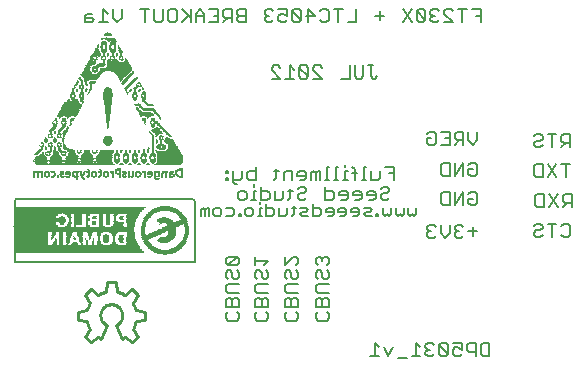
<source format=gbo>
G75*
G70*
%OFA0B0*%
%FSLAX24Y24*%
%IPPOS*%
%LPD*%
%AMOC8*
5,1,8,0,0,1.08239X$1,22.5*
%
%ADD10C,0.0060*%
%ADD11R,0.0150X0.0010*%
%ADD12R,0.0070X0.0010*%
%ADD13R,0.0160X0.0010*%
%ADD14R,0.0080X0.0010*%
%ADD15R,0.0170X0.0010*%
%ADD16R,0.0090X0.0010*%
%ADD17R,0.0040X0.0010*%
%ADD18R,0.0100X0.0010*%
%ADD19R,0.0010X0.0010*%
%ADD20R,0.0060X0.0010*%
%ADD21R,0.0130X0.0010*%
%ADD22R,0.0050X0.0010*%
%ADD23R,0.0110X0.0010*%
%ADD24R,0.0140X0.0010*%
%ADD25R,0.0120X0.0010*%
%ADD26R,0.0190X0.0010*%
%ADD27R,0.0180X0.0010*%
%ADD28R,0.0210X0.0010*%
%ADD29R,0.0220X0.0010*%
%ADD30R,0.0200X0.0010*%
%ADD31R,0.0030X0.0010*%
%ADD32R,0.0020X0.0010*%
%ADD33R,0.0310X0.0010*%
%ADD34R,0.0780X0.0010*%
%ADD35R,0.1640X0.0010*%
%ADD36R,0.0380X0.0010*%
%ADD37R,0.0260X0.0010*%
%ADD38R,0.0800X0.0010*%
%ADD39R,0.1610X0.0010*%
%ADD40R,0.0360X0.0010*%
%ADD41R,0.0290X0.0010*%
%ADD42R,0.0820X0.0010*%
%ADD43R,0.1590X0.0010*%
%ADD44R,0.0340X0.0010*%
%ADD45R,0.0840X0.0010*%
%ADD46R,0.1570X0.0010*%
%ADD47R,0.0330X0.0010*%
%ADD48R,0.0320X0.0010*%
%ADD49R,0.1550X0.0010*%
%ADD50R,0.0300X0.0010*%
%ADD51R,0.0850X0.0010*%
%ADD52R,0.1080X0.0010*%
%ADD53R,0.0520X0.0010*%
%ADD54R,0.0450X0.0010*%
%ADD55R,0.0420X0.0010*%
%ADD56R,0.0540X0.0010*%
%ADD57R,0.0410X0.0010*%
%ADD58R,0.0430X0.0010*%
%ADD59R,0.0860X0.0010*%
%ADD60R,0.0530X0.0010*%
%ADD61R,0.0390X0.0010*%
%ADD62R,0.0510X0.0010*%
%ADD63R,0.0400X0.0010*%
%ADD64R,0.0500X0.0010*%
%ADD65R,0.0480X0.0010*%
%ADD66R,0.0370X0.0010*%
%ADD67R,0.0440X0.0010*%
%ADD68R,0.0870X0.0010*%
%ADD69R,0.0350X0.0010*%
%ADD70R,0.0490X0.0010*%
%ADD71R,0.0230X0.0010*%
%ADD72R,0.0270X0.0010*%
%ADD73R,0.0240X0.0010*%
%ADD74R,0.0830X0.0010*%
%ADD75R,0.0280X0.0010*%
%ADD76R,0.0810X0.0010*%
%ADD77R,0.0470X0.0010*%
%ADD78R,0.0250X0.0010*%
%ADD79R,0.0460X0.0010*%
%ADD80R,0.0640X0.0010*%
%ADD81R,0.0630X0.0010*%
%ADD82R,0.0620X0.0010*%
%ADD83R,0.0610X0.0010*%
%ADD84R,0.0590X0.0010*%
%ADD85R,0.0580X0.0010*%
%ADD86R,0.0560X0.0010*%
%ADD87R,0.0550X0.0010*%
%ADD88R,0.0570X0.0010*%
%ADD89R,0.0650X0.0010*%
%ADD90R,0.0680X0.0010*%
%ADD91R,0.0720X0.0010*%
%ADD92R,0.1060X0.0010*%
%ADD93R,0.1070X0.0010*%
%ADD94R,0.1050X0.0010*%
%ADD95R,0.0920X0.0010*%
%ADD96R,0.0890X0.0010*%
%ADD97R,0.0770X0.0010*%
%ADD98R,0.0760X0.0010*%
%ADD99R,0.0750X0.0010*%
%ADD100R,0.0740X0.0010*%
%ADD101R,0.0730X0.0010*%
%ADD102C,0.0100*%
%ADD103R,0.6045X0.0015*%
%ADD104R,0.6045X0.0015*%
%ADD105R,0.0045X0.0015*%
%ADD106R,0.0045X0.0015*%
%ADD107R,0.0165X0.0015*%
%ADD108R,0.0345X0.0015*%
%ADD109R,0.0465X0.0015*%
%ADD110R,0.0555X0.0015*%
%ADD111R,0.0630X0.0015*%
%ADD112R,0.0705X0.0015*%
%ADD113R,0.4335X0.0015*%
%ADD114R,0.0765X0.0015*%
%ADD115R,0.4320X0.0015*%
%ADD116R,0.0795X0.0015*%
%ADD117R,0.4305X0.0015*%
%ADD118R,0.0855X0.0015*%
%ADD119R,0.4290X0.0015*%
%ADD120R,0.0915X0.0015*%
%ADD121R,0.4275X0.0015*%
%ADD122R,0.0360X0.0015*%
%ADD123R,0.4260X0.0015*%
%ADD124R,0.0315X0.0015*%
%ADD125R,0.4245X0.0015*%
%ADD126R,0.0300X0.0015*%
%ADD127R,0.4230X0.0015*%
%ADD128R,0.0270X0.0015*%
%ADD129R,0.0255X0.0015*%
%ADD130R,0.4215X0.0015*%
%ADD131R,0.0240X0.0015*%
%ADD132R,0.4200X0.0015*%
%ADD133R,0.0225X0.0015*%
%ADD134R,0.4185X0.0015*%
%ADD135R,0.0210X0.0015*%
%ADD136R,0.4170X0.0015*%
%ADD137R,0.4155X0.0015*%
%ADD138R,0.0195X0.0015*%
%ADD139R,0.0405X0.0015*%
%ADD140R,0.0105X0.0015*%
%ADD141R,0.0060X0.0015*%
%ADD142R,0.0075X0.0015*%
%ADD143R,0.0180X0.0015*%
%ADD144R,0.1155X0.0015*%
%ADD145R,0.0390X0.0015*%
%ADD146R,0.0090X0.0015*%
%ADD147R,0.0150X0.0015*%
%ADD148R,0.0135X0.0015*%
%ADD149R,0.0375X0.0015*%
%ADD150R,0.0120X0.0015*%
%ADD151R,0.0330X0.0015*%
%ADD152R,0.0435X0.0015*%
%ADD153R,0.0030X0.0015*%
%ADD154R,0.0480X0.0015*%
%ADD155R,0.0495X0.0015*%
%ADD156R,0.0015X0.0015*%
%ADD157R,0.0285X0.0015*%
%ADD158R,0.0450X0.0015*%
%ADD159R,0.0525X0.0015*%
%ADD160R,0.0885X0.0015*%
%ADD161R,0.3015X0.0015*%
%ADD162R,0.4020X0.0015*%
%ADD163R,0.0600X0.0015*%
%ADD164R,0.0570X0.0015*%
%ADD165R,0.0825X0.0015*%
%ADD166R,0.1440X0.0015*%
%ADD167R,0.1545X0.0015*%
%ADD168R,0.1500X0.0015*%
%ADD169R,0.1485X0.0015*%
%ADD170R,0.1455X0.0015*%
%ADD171R,0.1425X0.0015*%
%ADD172R,0.0510X0.0015*%
%ADD173R,0.0720X0.0015*%
%ADD174R,0.1410X0.0015*%
%ADD175R,0.0750X0.0015*%
%ADD176R,0.0945X0.0015*%
%ADD177R,0.0420X0.0015*%
%ADD178R,0.1395X0.0015*%
%ADD179R,0.1710X0.0015*%
%ADD180R,0.1695X0.0015*%
%ADD181R,0.1515X0.0015*%
%ADD182R,0.2565X0.0015*%
%ADD183R,0.1575X0.0015*%
%ADD184R,0.4350X0.0015*%
%ADD185R,0.4365X0.0015*%
%ADD186R,0.4395X0.0015*%
%ADD187R,0.0060X0.0015*%
%ADD188R,0.5985X0.0015*%
%ADD189R,0.5955X0.0015*%
%ADD190R,0.5910X0.0015*%
D10*
X011245Y005095D02*
X011319Y005021D01*
X011612Y005021D01*
X011686Y005095D01*
X011686Y005242D01*
X011612Y005315D01*
X011686Y005482D02*
X011245Y005482D01*
X011245Y005702D01*
X011319Y005775D01*
X011392Y005775D01*
X011466Y005702D01*
X011466Y005482D01*
X011686Y005482D02*
X011686Y005702D01*
X011612Y005775D01*
X011539Y005775D01*
X011466Y005702D01*
X011319Y005942D02*
X011245Y006016D01*
X011245Y006162D01*
X011319Y006236D01*
X011686Y006236D01*
X011612Y006403D02*
X011539Y006403D01*
X011466Y006476D01*
X011466Y006623D01*
X011392Y006696D01*
X011319Y006696D01*
X011245Y006623D01*
X011245Y006476D01*
X011319Y006403D01*
X011612Y006403D02*
X011686Y006476D01*
X011686Y006623D01*
X011612Y006696D01*
X011612Y006863D02*
X011319Y006863D01*
X011612Y007156D01*
X011319Y007156D01*
X011245Y007083D01*
X011245Y006936D01*
X011319Y006863D01*
X011612Y006863D02*
X011686Y006936D01*
X011686Y007083D01*
X011612Y007156D01*
X012230Y007156D02*
X012230Y006863D01*
X012230Y007010D02*
X012670Y007010D01*
X012523Y006863D01*
X012597Y006696D02*
X012670Y006623D01*
X012670Y006476D01*
X012597Y006403D01*
X012523Y006403D01*
X012450Y006476D01*
X012450Y006623D01*
X012376Y006696D01*
X012303Y006696D01*
X012230Y006623D01*
X012230Y006476D01*
X012303Y006403D01*
X012303Y006236D02*
X012670Y006236D01*
X012303Y006236D02*
X012230Y006162D01*
X012230Y006016D01*
X012303Y005942D01*
X012670Y005942D01*
X012597Y005775D02*
X012523Y005775D01*
X012450Y005702D01*
X012450Y005482D01*
X012450Y005702D02*
X012376Y005775D01*
X012303Y005775D01*
X012230Y005702D01*
X012230Y005482D01*
X012670Y005482D01*
X012670Y005702D01*
X012597Y005775D01*
X013214Y005702D02*
X013214Y005482D01*
X013654Y005482D01*
X013654Y005702D01*
X013581Y005775D01*
X013508Y005775D01*
X013434Y005702D01*
X013434Y005482D01*
X013434Y005702D02*
X013361Y005775D01*
X013287Y005775D01*
X013214Y005702D01*
X013287Y005942D02*
X013214Y006016D01*
X013214Y006162D01*
X013287Y006236D01*
X013654Y006236D01*
X013581Y006403D02*
X013508Y006403D01*
X013434Y006476D01*
X013434Y006623D01*
X013361Y006696D01*
X013287Y006696D01*
X013214Y006623D01*
X013214Y006476D01*
X013287Y006403D01*
X013581Y006403D02*
X013654Y006476D01*
X013654Y006623D01*
X013581Y006696D01*
X013581Y006863D02*
X013654Y006936D01*
X013654Y007083D01*
X013581Y007156D01*
X013508Y007156D01*
X013214Y006863D01*
X013214Y007156D01*
X014247Y007083D02*
X014247Y006936D01*
X014321Y006863D01*
X014321Y006696D02*
X014247Y006623D01*
X014247Y006476D01*
X014321Y006403D01*
X014468Y006476D02*
X014468Y006623D01*
X014394Y006696D01*
X014321Y006696D01*
X014614Y006696D02*
X014688Y006623D01*
X014688Y006476D01*
X014614Y006403D01*
X014541Y006403D01*
X014468Y006476D01*
X014321Y006236D02*
X014688Y006236D01*
X014321Y006236D02*
X014247Y006162D01*
X014247Y006016D01*
X014321Y005942D01*
X014688Y005942D01*
X014614Y005775D02*
X014541Y005775D01*
X014468Y005702D01*
X014468Y005482D01*
X014688Y005482D02*
X014688Y005702D01*
X014614Y005775D01*
X014468Y005702D02*
X014394Y005775D01*
X014321Y005775D01*
X014247Y005702D01*
X014247Y005482D01*
X014688Y005482D01*
X014614Y005315D02*
X014688Y005242D01*
X014688Y005095D01*
X014614Y005021D01*
X014321Y005021D01*
X014247Y005095D01*
X014247Y005242D01*
X014321Y005315D01*
X013654Y005242D02*
X013654Y005095D01*
X013581Y005021D01*
X013287Y005021D01*
X013214Y005095D01*
X013214Y005242D01*
X013287Y005315D01*
X013581Y005315D02*
X013654Y005242D01*
X013654Y005942D02*
X013287Y005942D01*
X012597Y005315D02*
X012670Y005242D01*
X012670Y005095D01*
X012597Y005021D01*
X012303Y005021D01*
X012230Y005095D01*
X012230Y005242D01*
X012303Y005315D01*
X011686Y005942D02*
X011319Y005942D01*
X011319Y005315D02*
X011245Y005242D01*
X011245Y005095D01*
X014247Y007083D02*
X014321Y007156D01*
X014394Y007156D01*
X014468Y007083D01*
X014468Y007010D01*
X014468Y007083D02*
X014541Y007156D01*
X014614Y007156D01*
X014688Y007083D01*
X014688Y006936D01*
X014614Y006863D01*
X014653Y008508D02*
X014786Y008508D01*
X014853Y008574D01*
X014853Y008708D01*
X014786Y008775D01*
X014653Y008775D01*
X014586Y008708D01*
X014586Y008641D01*
X014853Y008641D01*
X015009Y008641D02*
X015276Y008641D01*
X015276Y008574D02*
X015276Y008708D01*
X015210Y008775D01*
X015076Y008775D01*
X015009Y008708D01*
X015009Y008641D01*
X015076Y008508D02*
X015210Y008508D01*
X015276Y008574D01*
X015433Y008641D02*
X015433Y008708D01*
X015500Y008775D01*
X015633Y008775D01*
X015700Y008708D01*
X015700Y008574D01*
X015633Y008508D01*
X015500Y008508D01*
X015433Y008641D02*
X015700Y008641D01*
X015856Y008574D02*
X015923Y008641D01*
X016057Y008641D01*
X016123Y008708D01*
X016057Y008775D01*
X015856Y008775D01*
X015856Y008574D02*
X015923Y008508D01*
X016123Y008508D01*
X016268Y008508D02*
X016335Y008508D01*
X016335Y008574D01*
X016268Y008574D01*
X016268Y008508D01*
X016492Y008574D02*
X016492Y008775D01*
X016492Y008574D02*
X016558Y008508D01*
X016625Y008574D01*
X016692Y008508D01*
X016759Y008574D01*
X016759Y008775D01*
X016915Y008775D02*
X016915Y008574D01*
X016982Y008508D01*
X017049Y008574D01*
X017115Y008508D01*
X017182Y008574D01*
X017182Y008775D01*
X017339Y008775D02*
X017339Y008574D01*
X017406Y008508D01*
X017472Y008574D01*
X017539Y008508D01*
X017606Y008574D01*
X017606Y008775D01*
X018033Y008222D02*
X017960Y008148D01*
X017960Y008075D01*
X018033Y008001D01*
X017960Y007928D01*
X017960Y007855D01*
X018033Y007781D01*
X018180Y007781D01*
X018253Y007855D01*
X018420Y007928D02*
X018420Y008222D01*
X018253Y008148D02*
X018180Y008222D01*
X018033Y008222D01*
X018033Y008001D02*
X018106Y008001D01*
X018420Y007928D02*
X018567Y007781D01*
X018714Y007928D01*
X018714Y008222D01*
X018880Y008148D02*
X018880Y008075D01*
X018954Y008001D01*
X018880Y007928D01*
X018880Y007855D01*
X018954Y007781D01*
X019101Y007781D01*
X019174Y007855D01*
X019027Y008001D02*
X018954Y008001D01*
X018880Y008148D02*
X018954Y008222D01*
X019101Y008222D01*
X019174Y008148D01*
X019341Y008001D02*
X019634Y008001D01*
X019487Y008148D02*
X019487Y007855D01*
X019414Y008864D02*
X019341Y008937D01*
X019341Y009084D01*
X019487Y009084D01*
X019341Y009231D02*
X019414Y009304D01*
X019561Y009304D01*
X019634Y009231D01*
X019634Y008937D01*
X019561Y008864D01*
X019414Y008864D01*
X019174Y008864D02*
X019174Y009304D01*
X018880Y008864D01*
X018880Y009304D01*
X018714Y009304D02*
X018493Y009304D01*
X018420Y009231D01*
X018420Y008937D01*
X018493Y008864D01*
X018714Y008864D01*
X018714Y009304D01*
X018714Y009848D02*
X018493Y009848D01*
X018420Y009922D01*
X018420Y010215D01*
X018493Y010289D01*
X018714Y010289D01*
X018714Y009848D01*
X018880Y009848D02*
X018880Y010289D01*
X019174Y010289D02*
X018880Y009848D01*
X019174Y009848D02*
X019174Y010289D01*
X019341Y010215D02*
X019414Y010289D01*
X019561Y010289D01*
X019634Y010215D01*
X019634Y009922D01*
X019561Y009848D01*
X019414Y009848D01*
X019341Y009922D01*
X019341Y010068D01*
X019487Y010068D01*
X019487Y010882D02*
X019341Y011029D01*
X019341Y011322D01*
X019174Y011322D02*
X018954Y011322D01*
X018880Y011249D01*
X018880Y011102D01*
X018954Y011029D01*
X019174Y011029D01*
X019027Y011029D02*
X018880Y010882D01*
X018714Y010882D02*
X018420Y010882D01*
X018253Y010955D02*
X018180Y010882D01*
X018033Y010882D01*
X017960Y010955D01*
X017960Y011102D01*
X018106Y011102D01*
X017960Y011249D02*
X018033Y011322D01*
X018180Y011322D01*
X018253Y011249D01*
X018253Y010955D01*
X018567Y011102D02*
X018714Y011102D01*
X018714Y011322D02*
X018420Y011322D01*
X018714Y011322D02*
X018714Y010882D01*
X019174Y010882D02*
X019174Y011322D01*
X019634Y011322D02*
X019634Y011029D01*
X019487Y010882D01*
X021520Y010872D02*
X021594Y010799D01*
X021741Y010799D01*
X021814Y010872D01*
X021741Y011019D02*
X021594Y011019D01*
X021520Y010946D01*
X021520Y010872D01*
X021741Y011019D02*
X021814Y011093D01*
X021814Y011166D01*
X021741Y011239D01*
X021594Y011239D01*
X021520Y011166D01*
X021981Y011239D02*
X022274Y011239D01*
X022128Y011239D02*
X022128Y010799D01*
X022441Y010799D02*
X022588Y010946D01*
X022514Y010946D02*
X022735Y010946D01*
X022735Y010799D02*
X022735Y011239D01*
X022514Y011239D01*
X022441Y011166D01*
X022441Y011019D01*
X022514Y010946D01*
X022441Y010237D02*
X022735Y010237D01*
X022588Y010237D02*
X022588Y009797D01*
X022274Y009797D02*
X021981Y010237D01*
X021814Y010237D02*
X021594Y010237D01*
X021520Y010164D01*
X021520Y009870D01*
X021594Y009797D01*
X021814Y009797D01*
X021814Y010237D01*
X022274Y010237D02*
X021981Y009797D01*
X022030Y009237D02*
X022324Y008797D01*
X022490Y008797D02*
X022637Y008944D01*
X022564Y008944D02*
X022784Y008944D01*
X022784Y008797D02*
X022784Y009237D01*
X022564Y009237D01*
X022490Y009164D01*
X022490Y009017D01*
X022564Y008944D01*
X022324Y009237D02*
X022030Y008797D01*
X021863Y008797D02*
X021643Y008797D01*
X021570Y008870D01*
X021570Y009164D01*
X021643Y009237D01*
X021863Y009237D01*
X021863Y008797D01*
X021981Y008251D02*
X022274Y008251D01*
X022128Y008251D02*
X022128Y007811D01*
X022441Y007884D02*
X022514Y007811D01*
X022661Y007811D01*
X022735Y007884D01*
X022735Y008178D01*
X022661Y008251D01*
X022514Y008251D01*
X022441Y008178D01*
X021814Y008178D02*
X021814Y008104D01*
X021741Y008031D01*
X021594Y008031D01*
X021520Y007958D01*
X021520Y007884D01*
X021594Y007811D01*
X021741Y007811D01*
X021814Y007884D01*
X021814Y008178D02*
X021741Y008251D01*
X021594Y008251D01*
X021520Y008178D01*
X016849Y009711D02*
X016849Y010152D01*
X016555Y010152D01*
X016388Y010005D02*
X016388Y009785D01*
X016315Y009711D01*
X016095Y009711D01*
X016095Y010005D01*
X015928Y010152D02*
X015855Y010152D01*
X015855Y009711D01*
X015928Y009711D02*
X015781Y009711D01*
X015548Y009711D02*
X015548Y010078D01*
X015474Y010152D01*
X015314Y010005D02*
X015241Y010005D01*
X015241Y009711D01*
X015314Y009711D02*
X015168Y009711D01*
X015007Y009711D02*
X014861Y009711D01*
X014934Y009711D02*
X014934Y010152D01*
X015007Y010152D01*
X015241Y010152D02*
X015241Y010225D01*
X015474Y009932D02*
X015621Y009932D01*
X016412Y009416D02*
X016485Y009489D01*
X016632Y009489D01*
X016705Y009416D01*
X016705Y009343D01*
X016632Y009269D01*
X016485Y009269D01*
X016412Y009196D01*
X016412Y009122D01*
X016485Y009049D01*
X016632Y009049D01*
X016705Y009122D01*
X016245Y009122D02*
X016245Y009269D01*
X016171Y009343D01*
X016025Y009343D01*
X015951Y009269D01*
X015951Y009196D01*
X016245Y009196D01*
X016245Y009122D02*
X016171Y009049D01*
X016025Y009049D01*
X015784Y009122D02*
X015784Y009269D01*
X015711Y009343D01*
X015564Y009343D01*
X015491Y009269D01*
X015491Y009196D01*
X015784Y009196D01*
X015784Y009122D02*
X015711Y009049D01*
X015564Y009049D01*
X015324Y009122D02*
X015324Y009269D01*
X015251Y009343D01*
X015104Y009343D01*
X015030Y009269D01*
X015030Y009196D01*
X015324Y009196D01*
X015324Y009122D02*
X015251Y009049D01*
X015104Y009049D01*
X014864Y009122D02*
X014864Y009269D01*
X014790Y009343D01*
X014570Y009343D01*
X014570Y009489D02*
X014570Y009049D01*
X014790Y009049D01*
X014864Y009122D01*
X014429Y008708D02*
X014362Y008775D01*
X014162Y008775D01*
X014162Y008908D02*
X014162Y008508D01*
X014362Y008508D01*
X014429Y008574D01*
X014429Y008708D01*
X014006Y008708D02*
X013939Y008641D01*
X013805Y008641D01*
X013739Y008574D01*
X013805Y008508D01*
X014006Y008508D01*
X014006Y008708D02*
X013939Y008775D01*
X013739Y008775D01*
X013582Y008775D02*
X013449Y008775D01*
X013515Y008841D02*
X013515Y008574D01*
X013449Y008508D01*
X013300Y008574D02*
X013233Y008508D01*
X013033Y008508D01*
X013033Y008775D01*
X012876Y008708D02*
X012876Y008574D01*
X012809Y008508D01*
X012609Y008508D01*
X012609Y008908D01*
X012609Y008775D02*
X012809Y008775D01*
X012876Y008708D01*
X012453Y008775D02*
X012386Y008775D01*
X012386Y008508D01*
X012453Y008508D02*
X012319Y008508D01*
X012170Y008574D02*
X012104Y008508D01*
X011970Y008508D01*
X011903Y008574D01*
X011903Y008708D01*
X011970Y008775D01*
X012104Y008775D01*
X012170Y008708D01*
X012170Y008574D01*
X012386Y008908D02*
X012386Y008975D01*
X012422Y009049D02*
X012642Y009049D01*
X012715Y009122D01*
X012715Y009269D01*
X012642Y009343D01*
X012422Y009343D01*
X012422Y009489D02*
X012422Y009049D01*
X012255Y009049D02*
X012108Y009049D01*
X012182Y009049D02*
X012182Y009343D01*
X012255Y009343D01*
X012182Y009489D02*
X012182Y009563D01*
X012245Y009711D02*
X012025Y009711D01*
X011952Y009785D01*
X011952Y009932D01*
X012025Y010005D01*
X012245Y010005D01*
X012245Y010152D02*
X012245Y009711D01*
X011785Y009785D02*
X011785Y010005D01*
X011785Y009785D02*
X011712Y009711D01*
X011491Y009711D01*
X011491Y009638D02*
X011565Y009565D01*
X011638Y009565D01*
X011491Y009638D02*
X011491Y010005D01*
X011325Y010005D02*
X011325Y009932D01*
X011251Y009932D01*
X011251Y010005D01*
X011325Y010005D01*
X011325Y009785D02*
X011325Y009711D01*
X011251Y009711D01*
X011251Y009785D01*
X011325Y009785D01*
X011728Y009343D02*
X011875Y009343D01*
X011948Y009269D01*
X011948Y009122D01*
X011875Y009049D01*
X011728Y009049D01*
X011655Y009122D01*
X011655Y009269D01*
X011728Y009343D01*
X011468Y008775D02*
X011535Y008708D01*
X011535Y008574D01*
X011468Y008508D01*
X011268Y008508D01*
X011111Y008574D02*
X011111Y008708D01*
X011045Y008775D01*
X010911Y008775D01*
X010844Y008708D01*
X010844Y008574D01*
X010911Y008508D01*
X011045Y008508D01*
X011111Y008574D01*
X011268Y008775D02*
X011468Y008775D01*
X011680Y008574D02*
X011680Y008508D01*
X011747Y008508D01*
X011747Y008574D01*
X011680Y008574D01*
X010688Y008508D02*
X010688Y008775D01*
X010621Y008775D01*
X010554Y008708D01*
X010488Y008775D01*
X010421Y008708D01*
X010421Y008508D01*
X010554Y008508D02*
X010554Y008708D01*
X012882Y009049D02*
X012882Y009343D01*
X013176Y009343D02*
X013176Y009122D01*
X013102Y009049D01*
X012882Y009049D01*
X013336Y009049D02*
X013409Y009122D01*
X013409Y009416D01*
X013483Y009343D02*
X013336Y009343D01*
X013649Y009416D02*
X013723Y009489D01*
X013870Y009489D01*
X013943Y009416D01*
X013943Y009343D01*
X013870Y009269D01*
X013723Y009269D01*
X013649Y009196D01*
X013649Y009122D01*
X013723Y009049D01*
X013870Y009049D01*
X013943Y009122D01*
X013300Y008775D02*
X013300Y008574D01*
X013179Y009711D02*
X013179Y009932D01*
X013253Y010005D01*
X013473Y010005D01*
X013473Y009711D01*
X013640Y009858D02*
X013933Y009858D01*
X013933Y009785D02*
X013933Y009932D01*
X013860Y010005D01*
X013713Y010005D01*
X013640Y009932D01*
X013640Y009858D01*
X013713Y009711D02*
X013860Y009711D01*
X013933Y009785D01*
X014100Y009711D02*
X014100Y009932D01*
X014174Y010005D01*
X014247Y009932D01*
X014247Y009711D01*
X014394Y009711D02*
X014394Y010005D01*
X014320Y010005D01*
X014247Y009932D01*
X014627Y010152D02*
X014627Y009711D01*
X014554Y009711D02*
X014701Y009711D01*
X014701Y010152D02*
X014627Y010152D01*
X013013Y010005D02*
X012866Y010005D01*
X012939Y010078D02*
X012939Y009785D01*
X012866Y009711D01*
X016702Y009932D02*
X016849Y009932D01*
X016225Y013092D02*
X016152Y013092D01*
X016078Y013166D01*
X016078Y013533D01*
X016005Y013533D02*
X016152Y013533D01*
X015838Y013533D02*
X015838Y013166D01*
X015765Y013092D01*
X015618Y013092D01*
X015545Y013166D01*
X015545Y013533D01*
X015378Y013533D02*
X015378Y013092D01*
X015084Y013092D01*
X014457Y013092D02*
X014164Y013386D01*
X014164Y013459D01*
X014237Y013533D01*
X014384Y013533D01*
X014457Y013459D01*
X014457Y013092D02*
X014164Y013092D01*
X013997Y013166D02*
X013703Y013459D01*
X013703Y013166D01*
X013777Y013092D01*
X013923Y013092D01*
X013997Y013166D01*
X013997Y013459D01*
X013923Y013533D01*
X013777Y013533D01*
X013703Y013459D01*
X013536Y013386D02*
X013390Y013533D01*
X013390Y013092D01*
X013536Y013092D02*
X013243Y013092D01*
X013076Y013092D02*
X012783Y013386D01*
X012783Y013459D01*
X012856Y013533D01*
X013003Y013533D01*
X013076Y013459D01*
X013076Y013092D02*
X012783Y013092D01*
X012770Y014962D02*
X012623Y014962D01*
X012550Y015036D01*
X012550Y015109D01*
X012623Y015183D01*
X012696Y015183D01*
X012623Y015183D02*
X012550Y015256D01*
X012550Y015329D01*
X012623Y015403D01*
X012770Y015403D01*
X012843Y015329D01*
X013010Y015403D02*
X013303Y015403D01*
X013303Y015183D01*
X013157Y015256D01*
X013083Y015256D01*
X013010Y015183D01*
X013010Y015036D01*
X013083Y014962D01*
X013230Y014962D01*
X013303Y015036D01*
X013470Y015036D02*
X013544Y014962D01*
X013690Y014962D01*
X013764Y015036D01*
X013470Y015329D01*
X013470Y015036D01*
X013764Y015036D02*
X013764Y015329D01*
X013690Y015403D01*
X013544Y015403D01*
X013470Y015329D01*
X013931Y015183D02*
X014224Y015183D01*
X014004Y015403D01*
X014004Y014962D01*
X014391Y015036D02*
X014464Y014962D01*
X014611Y014962D01*
X014685Y015036D01*
X014685Y015329D01*
X014611Y015403D01*
X014464Y015403D01*
X014391Y015329D01*
X014851Y015403D02*
X015145Y015403D01*
X014998Y015403D02*
X014998Y014962D01*
X015312Y014962D02*
X015605Y014962D01*
X015605Y015403D01*
X016232Y015183D02*
X016526Y015183D01*
X016379Y015329D02*
X016379Y015036D01*
X017153Y014962D02*
X017447Y015403D01*
X017613Y015329D02*
X017907Y015036D01*
X017834Y014962D01*
X017687Y014962D01*
X017613Y015036D01*
X017613Y015329D01*
X017687Y015403D01*
X017834Y015403D01*
X017907Y015329D01*
X017907Y015036D01*
X018074Y015036D02*
X018147Y014962D01*
X018294Y014962D01*
X018367Y015036D01*
X018534Y014962D02*
X018828Y014962D01*
X018534Y015256D01*
X018534Y015329D01*
X018608Y015403D01*
X018754Y015403D01*
X018828Y015329D01*
X018994Y015403D02*
X019288Y015403D01*
X019141Y015403D02*
X019141Y014962D01*
X019602Y015183D02*
X019748Y015183D01*
X019748Y015403D02*
X019455Y015403D01*
X019748Y015403D02*
X019748Y014962D01*
X018367Y015329D02*
X018294Y015403D01*
X018147Y015403D01*
X018074Y015329D01*
X018074Y015256D01*
X018147Y015183D01*
X018074Y015109D01*
X018074Y015036D01*
X018147Y015183D02*
X018221Y015183D01*
X017447Y014962D02*
X017153Y015403D01*
X016299Y013166D02*
X016225Y013092D01*
X012843Y015036D02*
X012770Y014962D01*
X011922Y014962D02*
X011702Y014962D01*
X011629Y015036D01*
X011629Y015109D01*
X011702Y015183D01*
X011922Y015183D01*
X011702Y015183D02*
X011629Y015256D01*
X011629Y015329D01*
X011702Y015403D01*
X011922Y015403D01*
X011922Y014962D01*
X011462Y014962D02*
X011462Y015403D01*
X011242Y015403D01*
X011168Y015329D01*
X011168Y015183D01*
X011242Y015109D01*
X011462Y015109D01*
X011315Y015109D02*
X011168Y014962D01*
X011002Y014962D02*
X010708Y014962D01*
X010541Y014962D02*
X010541Y015256D01*
X010395Y015403D01*
X010248Y015256D01*
X010248Y014962D01*
X010081Y014962D02*
X010081Y015403D01*
X010008Y015183D02*
X009787Y014962D01*
X009621Y015036D02*
X009547Y014962D01*
X009400Y014962D01*
X009327Y015036D01*
X009327Y015329D01*
X009400Y015403D01*
X009547Y015403D01*
X009621Y015329D01*
X009621Y015036D01*
X009160Y015036D02*
X009087Y014962D01*
X008940Y014962D01*
X008867Y015036D01*
X008867Y015403D01*
X008700Y015403D02*
X008406Y015403D01*
X008553Y015403D02*
X008553Y014962D01*
X009160Y015036D02*
X009160Y015403D01*
X009787Y015403D02*
X010081Y015109D01*
X010248Y015183D02*
X010541Y015183D01*
X010708Y015403D02*
X011002Y015403D01*
X011002Y014962D01*
X011002Y015183D02*
X010855Y015183D01*
X007779Y015109D02*
X007632Y014962D01*
X007486Y015109D01*
X007486Y015403D01*
X007319Y015256D02*
X007172Y015403D01*
X007172Y014962D01*
X007319Y014962D02*
X007025Y014962D01*
X006859Y015036D02*
X006785Y015109D01*
X006565Y015109D01*
X006565Y015183D02*
X006565Y014962D01*
X006785Y014962D01*
X006859Y015036D01*
X006785Y015256D02*
X006638Y015256D01*
X006565Y015183D01*
X007779Y015109D02*
X007779Y015403D01*
X016214Y004281D02*
X016214Y003840D01*
X016361Y003840D02*
X016067Y003840D01*
X016361Y004134D02*
X016214Y004281D01*
X016528Y004134D02*
X016674Y003840D01*
X016821Y004134D01*
X016988Y003767D02*
X017282Y003767D01*
X017448Y003840D02*
X017742Y003840D01*
X017595Y003840D02*
X017595Y004281D01*
X017742Y004134D01*
X017909Y004134D02*
X017982Y004061D01*
X017909Y003987D01*
X017909Y003914D01*
X017982Y003840D01*
X018129Y003840D01*
X018202Y003914D01*
X018369Y003914D02*
X018442Y003840D01*
X018589Y003840D01*
X018663Y003914D01*
X018369Y004207D01*
X018369Y003914D01*
X018663Y003914D02*
X018663Y004207D01*
X018589Y004281D01*
X018442Y004281D01*
X018369Y004207D01*
X018202Y004207D02*
X018129Y004281D01*
X017982Y004281D01*
X017909Y004207D01*
X017909Y004134D01*
X017982Y004061D02*
X018056Y004061D01*
X018829Y004061D02*
X018829Y003914D01*
X018903Y003840D01*
X019050Y003840D01*
X019123Y003914D01*
X019123Y004061D02*
X018976Y004134D01*
X018903Y004134D01*
X018829Y004061D01*
X018829Y004281D02*
X019123Y004281D01*
X019123Y004061D01*
X019290Y004061D02*
X019290Y004207D01*
X019363Y004281D01*
X019583Y004281D01*
X019583Y003840D01*
X019583Y003987D02*
X019363Y003987D01*
X019290Y004061D01*
X019750Y003914D02*
X019750Y004207D01*
X019824Y004281D01*
X020044Y004281D01*
X020044Y003840D01*
X019824Y003840D01*
X019750Y003914D01*
D11*
X009747Y010066D03*
X009457Y009966D03*
X009447Y009956D03*
X008977Y009716D03*
X008337Y009806D03*
X008337Y009966D03*
X008077Y010196D03*
X007927Y010286D03*
X007927Y010296D03*
X007927Y010566D03*
X007637Y010566D03*
X007317Y010866D03*
X008227Y010566D03*
X008517Y010566D03*
X008517Y010296D03*
X008517Y010286D03*
X008667Y010196D03*
X008817Y010566D03*
X007877Y009816D03*
X007267Y009806D03*
X006867Y009966D03*
X005997Y009806D03*
X005497Y009816D03*
X005297Y009806D03*
X005297Y009966D03*
X005127Y010506D03*
X005367Y010636D03*
X005377Y010646D03*
X005587Y010626D03*
X005897Y010776D03*
X005567Y011006D03*
X005267Y011006D03*
X005267Y011016D03*
X005267Y011026D03*
X005267Y011036D03*
X005857Y011506D03*
X005857Y011516D03*
X005857Y011526D03*
X005857Y011536D03*
X005857Y011546D03*
X005857Y011556D03*
X005857Y011666D03*
X005857Y011676D03*
X005857Y011686D03*
X005857Y011696D03*
X005857Y011706D03*
X005857Y011716D03*
X006007Y011816D03*
X006447Y012396D03*
X006447Y012406D03*
X006447Y012416D03*
X006447Y012426D03*
X006447Y012436D03*
X006447Y012446D03*
X006447Y012556D03*
X006447Y012566D03*
X006447Y012576D03*
X006447Y012586D03*
X006447Y012596D03*
X006157Y012596D03*
X006627Y013036D03*
X007007Y013216D03*
X007127Y013316D03*
X007767Y013076D03*
X008327Y012796D03*
X008337Y012806D03*
X008347Y012816D03*
X008227Y012596D03*
X008227Y012586D03*
X008227Y012406D03*
X008517Y012406D03*
X008517Y012416D03*
X008517Y012426D03*
X008517Y012436D03*
X008517Y012446D03*
X008517Y012396D03*
X008517Y012556D03*
X008517Y012566D03*
X008517Y012576D03*
X008517Y012586D03*
X008517Y012596D03*
X008667Y011816D03*
X008937Y011606D03*
X007317Y011856D03*
X007937Y013626D03*
X006947Y013986D03*
X007187Y014286D03*
X007487Y014286D03*
X007337Y014576D03*
D12*
X007487Y014336D03*
X007487Y014326D03*
X007567Y014336D03*
X007547Y014186D03*
X007417Y014186D03*
X007417Y014066D03*
X007487Y013926D03*
X007487Y013916D03*
X007487Y013886D03*
X007487Y013876D03*
X007487Y013866D03*
X007487Y013856D03*
X007487Y013846D03*
X007337Y013846D03*
X007337Y013896D03*
X007337Y013906D03*
X007257Y014066D03*
X007257Y014186D03*
X007127Y014186D03*
X007187Y014316D03*
X006987Y014116D03*
X006887Y013856D03*
X006887Y013846D03*
X006887Y013836D03*
X006887Y013676D03*
X006887Y013666D03*
X006887Y013656D03*
X006827Y013406D03*
X006827Y013366D03*
X006897Y013286D03*
X006957Y013366D03*
X006967Y013376D03*
X006967Y013386D03*
X006967Y013396D03*
X006957Y013406D03*
X007367Y013686D03*
X007487Y013676D03*
X007487Y013666D03*
X007487Y013656D03*
X007607Y013686D03*
X007777Y013836D03*
X007777Y013846D03*
X007777Y013856D03*
X007777Y013866D03*
X007777Y013876D03*
X007777Y013886D03*
X007777Y013896D03*
X007777Y013906D03*
X007777Y013916D03*
X007777Y013926D03*
X007627Y013906D03*
X007717Y014066D03*
X007947Y013676D03*
X007757Y013026D03*
X007937Y012716D03*
X008077Y012676D03*
X008077Y012666D03*
X008087Y012696D03*
X008227Y012696D03*
X008227Y012706D03*
X008227Y012686D03*
X008227Y012676D03*
X008227Y012666D03*
X008227Y012656D03*
X008227Y012646D03*
X008267Y012546D03*
X008177Y012546D03*
X008377Y012676D03*
X008387Y012696D03*
X008367Y012936D03*
X008297Y012096D03*
X008517Y011756D03*
X008987Y011866D03*
X008997Y011856D03*
X008957Y011436D03*
X008957Y011186D03*
X008817Y011176D03*
X008817Y011166D03*
X008807Y011196D03*
X008957Y011006D03*
X009107Y011006D03*
X009107Y011016D03*
X009107Y010996D03*
X009107Y010986D03*
X009107Y010976D03*
X009107Y010966D03*
X009107Y010956D03*
X009107Y010946D03*
X009107Y010936D03*
X009107Y010926D03*
X009107Y010916D03*
X009107Y010906D03*
X009107Y010896D03*
X009107Y010886D03*
X008957Y010656D03*
X008817Y010856D03*
X008817Y010866D03*
X008517Y010686D03*
X008517Y010676D03*
X008517Y010666D03*
X008517Y010656D03*
X008517Y010646D03*
X008517Y010636D03*
X008517Y010626D03*
X008517Y010616D03*
X008517Y010606D03*
X008457Y010486D03*
X008277Y010486D03*
X008167Y010486D03*
X008227Y010606D03*
X008227Y010616D03*
X008227Y010626D03*
X008227Y010636D03*
X008227Y010646D03*
X008227Y010656D03*
X008227Y010666D03*
X008227Y010676D03*
X008227Y010686D03*
X008077Y010626D03*
X007927Y010626D03*
X007927Y010636D03*
X007927Y010646D03*
X007927Y010656D03*
X007927Y010666D03*
X007927Y010676D03*
X007927Y010686D03*
X007927Y010616D03*
X007927Y010606D03*
X007987Y010486D03*
X007777Y010626D03*
X007637Y010626D03*
X007637Y010636D03*
X007637Y010646D03*
X007637Y010656D03*
X007637Y010666D03*
X007637Y010676D03*
X007637Y010616D03*
X007637Y010606D03*
X007687Y010486D03*
X007577Y010486D03*
X007777Y010226D03*
X007727Y010016D03*
X007727Y010006D03*
X007727Y009996D03*
X007727Y009986D03*
X007727Y009976D03*
X007727Y009966D03*
X007727Y009956D03*
X007727Y009946D03*
X007727Y009936D03*
X007727Y009876D03*
X007727Y009866D03*
X007727Y009856D03*
X007727Y009846D03*
X007727Y009836D03*
X007727Y009826D03*
X007727Y009816D03*
X007727Y009806D03*
X007727Y009796D03*
X007727Y009786D03*
X007837Y009826D03*
X007837Y009856D03*
X007917Y009946D03*
X008027Y009946D03*
X008027Y009956D03*
X008027Y009966D03*
X008027Y009976D03*
X008027Y009936D03*
X008027Y009926D03*
X008027Y009916D03*
X008027Y009906D03*
X008027Y009896D03*
X008027Y009886D03*
X008027Y009876D03*
X008027Y009866D03*
X008027Y009856D03*
X008027Y009846D03*
X008117Y009786D03*
X008157Y009846D03*
X008157Y009856D03*
X008157Y009866D03*
X008157Y009876D03*
X008157Y009886D03*
X008157Y009896D03*
X008157Y009906D03*
X008157Y009916D03*
X008157Y009926D03*
X008157Y009936D03*
X008157Y009946D03*
X008157Y009956D03*
X008157Y009966D03*
X008157Y009976D03*
X008267Y009926D03*
X008267Y009916D03*
X008267Y009906D03*
X008267Y009896D03*
X008267Y009886D03*
X008267Y009876D03*
X008267Y009866D03*
X008267Y009856D03*
X008267Y009846D03*
X008277Y009836D03*
X008277Y009936D03*
X008397Y009936D03*
X008407Y009926D03*
X008407Y009916D03*
X008417Y009886D03*
X008417Y009876D03*
X008407Y009856D03*
X008407Y009846D03*
X008397Y009836D03*
X008557Y009836D03*
X008557Y009846D03*
X008557Y009856D03*
X008557Y009866D03*
X008557Y009876D03*
X008557Y009886D03*
X008557Y009896D03*
X008557Y009906D03*
X008557Y009916D03*
X008557Y009826D03*
X008557Y009816D03*
X008557Y009806D03*
X008557Y009796D03*
X008777Y009946D03*
X008897Y009926D03*
X008897Y009916D03*
X008897Y009906D03*
X008897Y009896D03*
X008897Y009886D03*
X008897Y009876D03*
X008897Y009866D03*
X008897Y009856D03*
X008897Y009796D03*
X008897Y009786D03*
X008907Y009766D03*
X009027Y009846D03*
X009037Y009856D03*
X009037Y009866D03*
X009037Y009876D03*
X009037Y009886D03*
X009037Y009896D03*
X009037Y009906D03*
X009037Y009916D03*
X009027Y009936D03*
X008977Y009986D03*
X009147Y009926D03*
X009147Y009916D03*
X009187Y009986D03*
X009277Y009916D03*
X009277Y009906D03*
X009277Y009896D03*
X009277Y009886D03*
X009277Y009876D03*
X009277Y009866D03*
X009277Y009856D03*
X009277Y009846D03*
X009277Y009836D03*
X009277Y009826D03*
X009277Y009816D03*
X009277Y009806D03*
X009277Y009796D03*
X009277Y009786D03*
X009397Y009836D03*
X009477Y009786D03*
X009507Y009866D03*
X009607Y009886D03*
X009607Y009896D03*
X009607Y009906D03*
X009607Y009916D03*
X009607Y009926D03*
X009607Y009936D03*
X009607Y009946D03*
X009607Y009956D03*
X009607Y009966D03*
X009617Y009986D03*
X009617Y009876D03*
X009617Y009866D03*
X009787Y009866D03*
X009787Y009876D03*
X009787Y009886D03*
X009787Y009896D03*
X009787Y009906D03*
X009787Y009916D03*
X009787Y009926D03*
X009787Y009936D03*
X009787Y009946D03*
X009787Y009956D03*
X009787Y009966D03*
X009787Y009976D03*
X009787Y009986D03*
X009787Y009996D03*
X009787Y010006D03*
X009787Y010016D03*
X009787Y009856D03*
X009787Y009846D03*
X009787Y009836D03*
X009397Y009936D03*
X008817Y010256D03*
X008667Y010226D03*
X008517Y010256D03*
X008367Y010226D03*
X008077Y010226D03*
X007587Y010006D03*
X007587Y009996D03*
X007587Y009986D03*
X007587Y009976D03*
X007587Y009966D03*
X007587Y009956D03*
X007597Y009946D03*
X007487Y009906D03*
X007487Y009896D03*
X007487Y009886D03*
X007487Y009876D03*
X007487Y009866D03*
X007487Y009856D03*
X007487Y009846D03*
X007487Y009836D03*
X007487Y009826D03*
X007487Y009816D03*
X007487Y009806D03*
X007487Y009796D03*
X007337Y009846D03*
X007337Y009856D03*
X007337Y009866D03*
X007337Y009876D03*
X007337Y009906D03*
X007337Y009916D03*
X007337Y009926D03*
X007327Y009936D03*
X007327Y009836D03*
X007207Y009836D03*
X007197Y009846D03*
X007197Y009856D03*
X007197Y009916D03*
X007197Y009926D03*
X007207Y009936D03*
X007077Y009846D03*
X006937Y009846D03*
X006937Y009856D03*
X006937Y009916D03*
X006937Y009926D03*
X006927Y009936D03*
X006807Y009936D03*
X006797Y009916D03*
X006797Y009906D03*
X006797Y009896D03*
X006797Y009876D03*
X006797Y009866D03*
X006797Y009856D03*
X006807Y009846D03*
X006807Y009836D03*
X006677Y009836D03*
X006677Y009846D03*
X006647Y009786D03*
X006527Y009716D03*
X006487Y009766D03*
X006477Y009786D03*
X006477Y009796D03*
X006517Y009896D03*
X006527Y009916D03*
X006527Y009926D03*
X006537Y009946D03*
X006537Y009956D03*
X006547Y009966D03*
X006547Y009976D03*
X006417Y009956D03*
X006417Y009946D03*
X006407Y009976D03*
X006407Y009986D03*
X006427Y009916D03*
X006307Y009916D03*
X006307Y009926D03*
X006307Y009906D03*
X006307Y009896D03*
X006307Y009886D03*
X006307Y009876D03*
X006307Y009866D03*
X006307Y009856D03*
X006307Y009846D03*
X006307Y009786D03*
X006307Y009776D03*
X006307Y009766D03*
X006307Y009756D03*
X006307Y009746D03*
X006307Y009736D03*
X006307Y009726D03*
X006307Y009716D03*
X006227Y009786D03*
X006167Y009856D03*
X006167Y009866D03*
X006167Y009876D03*
X006167Y009886D03*
X006167Y009896D03*
X006167Y009906D03*
X006167Y009916D03*
X006167Y009926D03*
X006177Y009936D03*
X006217Y009986D03*
X006067Y009866D03*
X006057Y009836D03*
X005947Y009946D03*
X005837Y009946D03*
X005757Y009856D03*
X005757Y009826D03*
X005657Y009826D03*
X005657Y009836D03*
X005657Y009816D03*
X005657Y009806D03*
X005557Y009866D03*
X005557Y009876D03*
X005557Y009886D03*
X005557Y009896D03*
X005557Y009906D03*
X005547Y009926D03*
X005547Y009846D03*
X005367Y009846D03*
X005367Y009856D03*
X005367Y009866D03*
X005357Y009836D03*
X005367Y009906D03*
X005367Y009916D03*
X005367Y009926D03*
X005357Y009936D03*
X005237Y009936D03*
X005227Y009926D03*
X005227Y009916D03*
X005227Y009856D03*
X005227Y009846D03*
X005237Y009836D03*
X005117Y009836D03*
X005117Y009846D03*
X005117Y009856D03*
X005117Y009866D03*
X005117Y009876D03*
X005117Y009886D03*
X005117Y009896D03*
X005117Y009906D03*
X005117Y009916D03*
X005117Y009926D03*
X005117Y009826D03*
X005117Y009816D03*
X005117Y009806D03*
X005117Y009796D03*
X005027Y009986D03*
X004907Y009986D03*
X004877Y009936D03*
X005337Y010196D03*
X005337Y010356D03*
X005157Y010576D03*
X005117Y010736D03*
X005117Y010746D03*
X005117Y010756D03*
X005117Y010766D03*
X005117Y010776D03*
X005117Y010786D03*
X005117Y010796D03*
X005267Y010776D03*
X005267Y010966D03*
X005267Y011076D03*
X005417Y011096D03*
X005417Y010946D03*
X005707Y010946D03*
X005827Y010996D03*
X005827Y011046D03*
X005887Y011226D03*
X005887Y011236D03*
X005707Y011246D03*
X005707Y011256D03*
X005707Y011266D03*
X005707Y011276D03*
X005707Y011286D03*
X005707Y011296D03*
X005567Y011286D03*
X005567Y011276D03*
X005977Y011396D03*
X005987Y011406D03*
X005997Y011426D03*
X006007Y011436D03*
X005857Y011756D03*
X006027Y012356D03*
X006027Y012366D03*
X006157Y012336D03*
X006157Y012326D03*
X006277Y012356D03*
X006277Y012366D03*
X006197Y012546D03*
X006107Y012546D03*
X006157Y012646D03*
X006157Y012656D03*
X006157Y012666D03*
X006157Y012676D03*
X006407Y012546D03*
X006447Y012646D03*
X006447Y012656D03*
X006447Y012666D03*
X006447Y012676D03*
X006447Y012686D03*
X006447Y012696D03*
X006447Y012706D03*
X006447Y012716D03*
X006447Y012866D03*
X006447Y012876D03*
X006447Y012886D03*
X006447Y012896D03*
X006447Y012906D03*
X006447Y012916D03*
X006447Y012926D03*
X006447Y012936D03*
X006447Y012946D03*
X006447Y012956D03*
X006447Y012966D03*
X006447Y012976D03*
X006447Y012986D03*
X006447Y012996D03*
X006447Y013006D03*
X006397Y013086D03*
X006307Y012936D03*
X006607Y012876D03*
X006747Y012876D03*
X006747Y012886D03*
X006747Y012896D03*
X006747Y012866D03*
X006747Y012856D03*
X006747Y012846D03*
X006747Y012836D03*
X006747Y012826D03*
X006747Y012816D03*
X006747Y012806D03*
X006747Y012796D03*
X006747Y012786D03*
X006747Y012776D03*
X006747Y012766D03*
X006747Y012756D03*
X006747Y012746D03*
X006747Y012736D03*
X006747Y012726D03*
X006747Y012716D03*
X006607Y012716D03*
X006607Y012706D03*
X006597Y012666D03*
X006497Y012286D03*
X007317Y011546D03*
X007317Y011536D03*
X007317Y011526D03*
X006897Y010576D03*
X006887Y010266D03*
X006887Y010256D03*
X006377Y010256D03*
X006377Y010276D03*
X006377Y010426D03*
X006377Y010576D03*
X005887Y010826D03*
X005707Y010796D03*
X005707Y010786D03*
X005707Y010776D03*
X005707Y010766D03*
X005707Y010756D03*
X005707Y010746D03*
X005797Y010616D03*
X005857Y010356D03*
X005857Y010206D03*
X005857Y010196D03*
X008667Y010626D03*
X008757Y010486D03*
X009107Y011166D03*
X009287Y011106D03*
X009397Y011156D03*
X009407Y011146D03*
D13*
X008972Y011236D03*
X008812Y011516D03*
X008812Y011526D03*
X008812Y011536D03*
X008812Y011546D03*
X008812Y011556D03*
X008812Y011666D03*
X008812Y011676D03*
X008812Y011686D03*
X008812Y011696D03*
X008812Y011706D03*
X008942Y011596D03*
X008222Y012416D03*
X008222Y012426D03*
X008222Y012436D03*
X008222Y012446D03*
X008222Y012556D03*
X008222Y012566D03*
X008222Y012576D03*
X007772Y013086D03*
X007932Y013616D03*
X007482Y013966D03*
X007192Y013966D03*
X006952Y013976D03*
X006762Y013656D03*
X006672Y013486D03*
X006662Y013476D03*
X006662Y013466D03*
X006652Y013456D03*
X006892Y013316D03*
X006152Y012586D03*
X006152Y012576D03*
X006152Y012566D03*
X006152Y012556D03*
X006152Y012446D03*
X006152Y012436D03*
X006152Y012426D03*
X006152Y012416D03*
X006152Y012406D03*
X005712Y011816D03*
X005562Y011556D03*
X005562Y011546D03*
X005562Y011536D03*
X005562Y011526D03*
X005562Y011516D03*
X005562Y011026D03*
X005562Y011016D03*
X005902Y010766D03*
X006002Y010716D03*
X005592Y010616D03*
X005362Y010626D03*
X006002Y009956D03*
X006002Y009816D03*
X006872Y009806D03*
X007262Y009966D03*
X007682Y009896D03*
X007682Y010056D03*
X007782Y010196D03*
X007632Y010296D03*
X007632Y010306D03*
X007632Y010556D03*
X007932Y010556D03*
X008222Y010556D03*
X008222Y010306D03*
X008222Y010296D03*
X008372Y010196D03*
X008722Y009956D03*
X008722Y009816D03*
X008722Y009806D03*
X008972Y009726D03*
X009442Y009896D03*
X008812Y010296D03*
X008812Y010306D03*
X008812Y010546D03*
X008812Y010556D03*
X008522Y010556D03*
X007322Y011866D03*
X007322Y011876D03*
X007322Y011886D03*
X007322Y011896D03*
X007322Y011906D03*
X007322Y011916D03*
D14*
X007322Y011586D03*
X007322Y011576D03*
X007322Y011566D03*
X007322Y011556D03*
X007322Y011156D03*
X007782Y010686D03*
X007632Y010596D03*
X008072Y010686D03*
X008222Y010596D03*
X008372Y010626D03*
X008372Y010636D03*
X008372Y010686D03*
X008812Y010686D03*
X008812Y010696D03*
X008812Y010706D03*
X008812Y010716D03*
X008812Y010726D03*
X008812Y010736D03*
X008812Y010746D03*
X008812Y010756D03*
X008812Y010766D03*
X008812Y010776D03*
X008812Y010786D03*
X008812Y010796D03*
X008812Y010806D03*
X008812Y010816D03*
X008812Y010826D03*
X008812Y010836D03*
X008812Y010846D03*
X008812Y010676D03*
X008812Y010666D03*
X008812Y010656D03*
X008812Y010646D03*
X008812Y010636D03*
X008812Y010626D03*
X008812Y010616D03*
X008812Y010606D03*
X008812Y010596D03*
X008962Y010946D03*
X008962Y010956D03*
X008962Y010966D03*
X008962Y010976D03*
X008962Y010986D03*
X008962Y010996D03*
X009112Y010876D03*
X009292Y011096D03*
X009372Y011186D03*
X009382Y011176D03*
X009392Y011166D03*
X008812Y011466D03*
X008812Y011756D03*
X008662Y011786D03*
X008962Y011896D03*
X008972Y011886D03*
X008982Y011876D03*
X008312Y012076D03*
X008302Y012086D03*
X008382Y012686D03*
X008232Y012716D03*
X008082Y012686D03*
X007832Y012906D03*
X008282Y013086D03*
X008172Y013276D03*
X007942Y013666D03*
X007782Y013686D03*
X007782Y013826D03*
X007782Y013936D03*
X007722Y014046D03*
X007722Y014056D03*
X007632Y013896D03*
X007632Y013856D03*
X007482Y013836D03*
X007482Y013826D03*
X007482Y013896D03*
X007482Y013906D03*
X007342Y013886D03*
X007342Y013876D03*
X007342Y013866D03*
X007342Y013856D03*
X007482Y013686D03*
X007012Y013826D03*
X006892Y013826D03*
X006892Y013686D03*
X006752Y013706D03*
X006832Y013416D03*
X006832Y013356D03*
X006952Y013356D03*
X006952Y013416D03*
X006442Y013016D03*
X006302Y012926D03*
X006302Y012916D03*
X006272Y012866D03*
X006302Y012696D03*
X006302Y012686D03*
X006302Y012676D03*
X006452Y012726D03*
X006602Y012696D03*
X006602Y012686D03*
X006602Y012676D03*
X006602Y012886D03*
X006492Y012296D03*
X006152Y012346D03*
X006002Y011786D03*
X006152Y011756D03*
X005712Y011786D03*
X005602Y011706D03*
X005712Y011306D03*
X005712Y011236D03*
X005712Y011096D03*
X005822Y011036D03*
X005822Y011026D03*
X005822Y011016D03*
X005822Y011006D03*
X005892Y010816D03*
X005892Y010806D03*
X005712Y010806D03*
X005712Y010736D03*
X005562Y010736D03*
X005562Y010746D03*
X005562Y010756D03*
X005562Y010766D03*
X005562Y010776D03*
X005562Y010726D03*
X005562Y010716D03*
X005562Y010706D03*
X005412Y010706D03*
X005412Y010716D03*
X005412Y010726D03*
X005412Y010736D03*
X005412Y010746D03*
X005412Y010756D03*
X005412Y010766D03*
X005412Y010776D03*
X005412Y010786D03*
X005412Y010796D03*
X005412Y010696D03*
X005412Y010686D03*
X005412Y010676D03*
X005412Y010666D03*
X005412Y010656D03*
X005262Y010726D03*
X005112Y010726D03*
X005152Y010566D03*
X005342Y010506D03*
X005862Y010506D03*
X005562Y010966D03*
X005562Y011066D03*
X005562Y011266D03*
X005412Y011266D03*
X005412Y011276D03*
X005412Y011286D03*
X005412Y011296D03*
X005412Y011256D03*
X005412Y011246D03*
X005412Y011236D03*
X005962Y011376D03*
X005972Y011386D03*
X005992Y011416D03*
X006892Y010426D03*
X006892Y010286D03*
X006892Y010276D03*
X006802Y009926D03*
X006822Y009826D03*
X006872Y009786D03*
X006922Y009826D03*
X006932Y009836D03*
X007042Y009786D03*
X007072Y009836D03*
X006522Y009726D03*
X006502Y009756D03*
X006472Y009806D03*
X006302Y009836D03*
X006302Y009936D03*
X006182Y009836D03*
X006172Y009846D03*
X005832Y009916D03*
X005552Y009856D03*
X005542Y009936D03*
X005242Y009826D03*
X005112Y009936D03*
X004992Y009926D03*
X005342Y010206D03*
X006372Y010266D03*
X007482Y009916D03*
X007602Y010016D03*
X007912Y009916D03*
X008032Y009836D03*
X008152Y009836D03*
X008552Y009926D03*
X008722Y009986D03*
X008782Y009836D03*
X008902Y009846D03*
X008902Y009936D03*
X009032Y009926D03*
X009022Y009836D03*
X008912Y009756D03*
X009152Y009936D03*
X009272Y009926D03*
X009402Y009946D03*
X009492Y009876D03*
X009502Y009826D03*
X009402Y009826D03*
X009622Y009856D03*
X009632Y009846D03*
X009612Y009976D03*
X009622Y009996D03*
X009632Y010006D03*
X006982Y014096D03*
X006982Y014106D03*
X007362Y014326D03*
X007482Y014316D03*
D15*
X007487Y014276D03*
X007187Y014276D03*
X007337Y014566D03*
X007187Y013976D03*
X006947Y013966D03*
X006947Y013956D03*
X007487Y013976D03*
X006687Y013506D03*
X006677Y013496D03*
X006647Y013446D03*
X006647Y013436D03*
X006637Y013426D03*
X006637Y013416D03*
X006897Y013326D03*
X007137Y013326D03*
X006797Y012906D03*
X006637Y013046D03*
X007317Y011946D03*
X007317Y011936D03*
X007317Y011926D03*
X007317Y011136D03*
X007637Y010546D03*
X007927Y010546D03*
X007927Y010536D03*
X007927Y010326D03*
X007927Y010316D03*
X007927Y010306D03*
X008227Y010316D03*
X008227Y010546D03*
X008517Y010546D03*
X008517Y010536D03*
X008517Y010526D03*
X008517Y010336D03*
X008517Y010326D03*
X008517Y010316D03*
X008517Y010306D03*
X008337Y009956D03*
X008337Y009816D03*
X008967Y009736D03*
X009447Y009806D03*
X009447Y009886D03*
X009737Y009796D03*
X007677Y009906D03*
X007267Y009956D03*
X007267Y009816D03*
X006867Y009816D03*
X006867Y009956D03*
X006257Y009796D03*
X005837Y010626D03*
X005827Y010636D03*
X005817Y010646D03*
X005917Y010756D03*
X005927Y010746D03*
X005597Y010606D03*
X005127Y010496D03*
X005297Y009956D03*
X005297Y009816D03*
X008947Y011396D03*
D16*
X008957Y011426D03*
X009357Y011206D03*
X009367Y011196D03*
X009297Y011086D03*
X009107Y011026D03*
X009107Y011156D03*
X008667Y010726D03*
X008667Y010716D03*
X008667Y010706D03*
X008667Y010696D03*
X008667Y010686D03*
X008667Y010676D03*
X008667Y010666D03*
X008667Y010656D03*
X008667Y010646D03*
X008667Y010636D03*
X008517Y010596D03*
X008367Y010646D03*
X008367Y010656D03*
X008367Y010666D03*
X008367Y010676D03*
X008077Y010676D03*
X008077Y010666D03*
X008077Y010656D03*
X008077Y010646D03*
X008077Y010636D03*
X007927Y010596D03*
X007777Y010636D03*
X007777Y010646D03*
X007777Y010656D03*
X007777Y010666D03*
X007777Y010676D03*
X007777Y010216D03*
X007867Y009986D03*
X007607Y009936D03*
X007477Y009926D03*
X007317Y009946D03*
X007267Y009986D03*
X007217Y009946D03*
X007217Y009826D03*
X007267Y009786D03*
X007317Y009826D03*
X007047Y009796D03*
X006867Y009986D03*
X006647Y009796D03*
X006517Y009736D03*
X006477Y009816D03*
X006477Y009826D03*
X005997Y009986D03*
X005787Y009986D03*
X005857Y010216D03*
X005857Y010346D03*
X005857Y010516D03*
X005727Y010706D03*
X005717Y010726D03*
X005567Y010696D03*
X005567Y010686D03*
X005417Y010806D03*
X005417Y010936D03*
X005267Y010976D03*
X005267Y011066D03*
X005417Y011106D03*
X005417Y011306D03*
X005557Y011466D03*
X005717Y011316D03*
X005887Y011246D03*
X005937Y011346D03*
X005947Y011356D03*
X005957Y011366D03*
X005857Y011466D03*
X005847Y011456D03*
X005597Y011686D03*
X005597Y011696D03*
X005707Y010936D03*
X005267Y010766D03*
X005267Y010756D03*
X005267Y010746D03*
X005267Y010736D03*
X005107Y010716D03*
X005117Y010806D03*
X005147Y010556D03*
X005337Y010346D03*
X005337Y010216D03*
X005297Y009986D03*
X005347Y009826D03*
X005297Y009786D03*
X005537Y009836D03*
X004987Y009936D03*
X004907Y009976D03*
X006377Y010286D03*
X006377Y010416D03*
X006377Y010586D03*
X007317Y011596D03*
X007317Y011606D03*
X007317Y011616D03*
X008317Y012066D03*
X008327Y012056D03*
X008337Y012046D03*
X008227Y012356D03*
X008517Y012356D03*
X008527Y012346D03*
X008517Y012636D03*
X008227Y012636D03*
X008237Y012726D03*
X008367Y012926D03*
X008277Y013076D03*
X008167Y013266D03*
X007757Y013036D03*
X007937Y012726D03*
X008947Y011916D03*
X008957Y011906D03*
X008547Y011676D03*
X008547Y011666D03*
X006457Y012346D03*
X006277Y012346D03*
X006157Y012356D03*
X006027Y012346D03*
X006157Y012636D03*
X006277Y012876D03*
X006287Y012886D03*
X006297Y012896D03*
X006297Y012906D03*
X006447Y012856D03*
X006597Y012896D03*
X006597Y012906D03*
X006597Y012916D03*
X006597Y012926D03*
X006597Y012936D03*
X006597Y012946D03*
X006597Y012956D03*
X006597Y012966D03*
X006597Y012976D03*
X006437Y013026D03*
X006397Y013076D03*
X006447Y012636D03*
X007187Y013586D03*
X007187Y013596D03*
X007187Y013606D03*
X007187Y013616D03*
X007187Y013626D03*
X007187Y013636D03*
X007187Y013646D03*
X007187Y013656D03*
X007187Y013666D03*
X007187Y013676D03*
X007187Y013686D03*
X007187Y013816D03*
X007187Y013826D03*
X007187Y013836D03*
X007187Y013846D03*
X007187Y013856D03*
X007187Y013866D03*
X007187Y013876D03*
X007187Y013886D03*
X007187Y013896D03*
X007187Y013906D03*
X007187Y013916D03*
X007187Y013926D03*
X007187Y013936D03*
X007137Y014056D03*
X006977Y014076D03*
X006977Y014086D03*
X006807Y013786D03*
X006797Y013766D03*
X006757Y013696D03*
X007487Y013816D03*
X007487Y013936D03*
X007537Y014056D03*
X007727Y014036D03*
X007727Y014026D03*
X007627Y013886D03*
X007627Y013876D03*
X007627Y013866D03*
X007777Y013816D03*
X007607Y013676D03*
X008077Y010216D03*
X008337Y009986D03*
X008287Y009826D03*
X008337Y009786D03*
X008387Y009826D03*
X008117Y009796D03*
X008667Y010216D03*
X008907Y009836D03*
X008987Y009796D03*
X008917Y009746D03*
X009187Y009976D03*
X009267Y009936D03*
X009477Y009796D03*
X009647Y009836D03*
D17*
X009502Y009946D03*
X009022Y009746D03*
X008892Y009986D03*
X008882Y010386D03*
X008882Y010396D03*
X008882Y010466D03*
X008742Y010466D03*
X008742Y010456D03*
X008742Y010396D03*
X008582Y010386D03*
X008582Y010466D03*
X008442Y010456D03*
X008442Y010446D03*
X008442Y010406D03*
X008442Y010396D03*
X008292Y010396D03*
X008292Y010386D03*
X008292Y010466D03*
X008152Y010466D03*
X008152Y010456D03*
X008152Y010396D03*
X008002Y010396D03*
X008002Y010406D03*
X008002Y010456D03*
X008002Y010466D03*
X007862Y010466D03*
X007862Y010386D03*
X007702Y010386D03*
X007702Y010396D03*
X007702Y010466D03*
X007562Y010466D03*
X007562Y010456D03*
X007562Y010396D03*
X007492Y009986D03*
X007412Y009986D03*
X007932Y009826D03*
X008482Y009986D03*
X008532Y010696D03*
X008832Y010936D03*
X008832Y010946D03*
X008832Y010956D03*
X008832Y010966D03*
X008832Y010976D03*
X008832Y010986D03*
X008832Y011026D03*
X008832Y011036D03*
X008832Y011046D03*
X008832Y011056D03*
X008832Y011066D03*
X008832Y011076D03*
X008832Y011086D03*
X008942Y011156D03*
X009052Y011126D03*
X009062Y011136D03*
X009052Y011066D03*
X009162Y011056D03*
X009152Y011136D03*
X009282Y011126D03*
X008782Y011226D03*
X008772Y011236D03*
X008812Y011456D03*
X008752Y011576D03*
X008752Y011586D03*
X008752Y011636D03*
X008662Y011766D03*
X008572Y011646D03*
X009042Y011796D03*
X009052Y011786D03*
X008572Y012466D03*
X008572Y012536D03*
X008462Y012536D03*
X008462Y012466D03*
X008282Y012466D03*
X008282Y012526D03*
X008162Y012526D03*
X008162Y012516D03*
X008162Y012476D03*
X008162Y012466D03*
X007982Y012606D03*
X007942Y012676D03*
X007942Y012686D03*
X008092Y012716D03*
X008312Y012836D03*
X008312Y012896D03*
X008322Y012906D03*
X008412Y012826D03*
X008432Y012846D03*
X008492Y012756D03*
X008492Y012746D03*
X008502Y012726D03*
X008392Y012716D03*
X007752Y013006D03*
X006892Y013486D03*
X006842Y013716D03*
X006842Y013796D03*
X006812Y013846D03*
X006822Y013856D03*
X006942Y013796D03*
X006952Y013786D03*
X006952Y013726D03*
X006942Y013716D03*
X007012Y013806D03*
X007132Y013786D03*
X007142Y013796D03*
X007132Y013726D03*
X007242Y013716D03*
X007232Y013796D03*
X007442Y013796D03*
X007432Y013716D03*
X007532Y013716D03*
X007542Y013726D03*
X007542Y013786D03*
X007532Y013796D03*
X007632Y013916D03*
X007732Y013796D03*
X007722Y013786D03*
X007722Y013726D03*
X007732Y013716D03*
X007832Y013716D03*
X007942Y013706D03*
X007942Y013696D03*
X007702Y014086D03*
X007702Y014096D03*
X007562Y014096D03*
X007562Y014086D03*
X007562Y014156D03*
X007562Y014166D03*
X007592Y014316D03*
X007582Y014326D03*
X007402Y014156D03*
X007402Y014146D03*
X007402Y014136D03*
X007402Y014126D03*
X007402Y014116D03*
X007402Y014106D03*
X007402Y014096D03*
X007272Y014096D03*
X007272Y014106D03*
X007272Y014116D03*
X007272Y014126D03*
X007272Y014136D03*
X007272Y014146D03*
X007272Y014156D03*
X007112Y014156D03*
X007112Y014166D03*
X007112Y014096D03*
X007112Y014086D03*
X007002Y014166D03*
X007002Y014176D03*
X007132Y014386D03*
X006392Y013106D03*
X006402Y012836D03*
X006392Y012826D03*
X006392Y012766D03*
X006412Y012746D03*
X006502Y012756D03*
X006492Y012836D03*
X006612Y012856D03*
X006732Y012676D03*
X006732Y012666D03*
X006702Y012626D03*
X006702Y012616D03*
X006692Y012606D03*
X006692Y012596D03*
X006502Y012536D03*
X006502Y012456D03*
X006392Y012466D03*
X006392Y012526D03*
X006302Y012646D03*
X006302Y012656D03*
X006302Y012716D03*
X006212Y012766D03*
X006192Y012746D03*
X006172Y012726D03*
X006272Y012846D03*
X006212Y012526D03*
X006212Y012466D03*
X006092Y012466D03*
X006092Y012476D03*
X006092Y012516D03*
X006092Y012526D03*
X006502Y012266D03*
X006242Y011816D03*
X006092Y011636D03*
X006092Y011586D03*
X006092Y011576D03*
X006092Y011566D03*
X006092Y011556D03*
X006002Y011456D03*
X005912Y011576D03*
X005912Y011646D03*
X005802Y011646D03*
X005802Y011576D03*
X005622Y011576D03*
X005622Y011586D03*
X005622Y011636D03*
X005602Y011736D03*
X005712Y011766D03*
X005502Y011576D03*
X005562Y011246D03*
X005472Y011196D03*
X005452Y011216D03*
X005472Y011136D03*
X005462Y011126D03*
X005372Y011126D03*
X005362Y011206D03*
X005562Y011086D03*
X005652Y011136D03*
X005662Y011126D03*
X005652Y011196D03*
X005662Y011206D03*
X005672Y011216D03*
X005762Y011206D03*
X005872Y011176D03*
X005872Y011166D03*
X005872Y011156D03*
X005852Y011086D03*
X005842Y010966D03*
X005872Y010876D03*
X005872Y010866D03*
X005762Y010836D03*
X005752Y010826D03*
X005672Y010826D03*
X005652Y010846D03*
X005652Y010906D03*
X005752Y010916D03*
X005472Y010906D03*
X005472Y010836D03*
X005372Y010826D03*
X005362Y010836D03*
X005362Y010906D03*
X005372Y010916D03*
X005172Y010906D03*
X005162Y010916D03*
X005172Y010836D03*
X005082Y010826D03*
X005252Y010716D03*
X005292Y010616D03*
X005282Y010606D03*
X005282Y010546D03*
X005292Y010536D03*
X005392Y010536D03*
X005402Y010546D03*
X005402Y010556D03*
X005402Y010606D03*
X005172Y010606D03*
X005382Y010326D03*
X005382Y010236D03*
X005812Y010326D03*
X005902Y010326D03*
X005902Y010236D03*
X006322Y010316D03*
X006332Y010396D03*
X006422Y010396D03*
X006432Y010616D03*
X006432Y010686D03*
X006332Y010606D03*
X006322Y010616D03*
X005912Y010616D03*
X005902Y010536D03*
X005812Y010536D03*
X005802Y010546D03*
X004862Y010326D03*
X005652Y009786D03*
X005852Y009826D03*
X005942Y009826D03*
X006672Y010036D03*
X007062Y010036D03*
X006842Y010316D03*
X006842Y010396D03*
X006942Y010396D03*
X006952Y010616D03*
X006952Y010626D03*
X006952Y010676D03*
X006842Y010616D03*
X007322Y011446D03*
X007322Y011456D03*
X008942Y010666D03*
D18*
X009212Y010796D03*
X009212Y010806D03*
X009302Y011076D03*
X009352Y011216D03*
X009342Y011226D03*
X009332Y011236D03*
X009322Y011246D03*
X009312Y011256D03*
X009302Y011266D03*
X009292Y011276D03*
X009282Y011286D03*
X009272Y011296D03*
X009262Y011306D03*
X009252Y011316D03*
X009242Y011326D03*
X009232Y011336D03*
X009222Y011346D03*
X009212Y011356D03*
X009202Y011366D03*
X009192Y011376D03*
X009182Y011386D03*
X009172Y011396D03*
X009162Y011406D03*
X009152Y011416D03*
X009142Y011426D03*
X009132Y011436D03*
X009122Y011446D03*
X009112Y011456D03*
X009102Y011466D03*
X009092Y011476D03*
X009082Y011486D03*
X009072Y011496D03*
X009062Y011506D03*
X009052Y011516D03*
X009042Y011526D03*
X009032Y011536D03*
X009022Y011546D03*
X009012Y011556D03*
X009002Y011566D03*
X008812Y011476D03*
X008962Y011196D03*
X008542Y011686D03*
X008542Y011696D03*
X008512Y011746D03*
X008662Y011796D03*
X008812Y011746D03*
X008942Y011926D03*
X008932Y011936D03*
X008922Y011946D03*
X008912Y011956D03*
X008902Y011966D03*
X008892Y011976D03*
X008882Y011986D03*
X008872Y011996D03*
X008862Y012006D03*
X008632Y012236D03*
X008622Y012246D03*
X008612Y012256D03*
X008602Y012266D03*
X008592Y012276D03*
X008582Y012286D03*
X008572Y012296D03*
X008562Y012306D03*
X008552Y012316D03*
X008542Y012326D03*
X008532Y012336D03*
X008412Y012156D03*
X008422Y012146D03*
X008432Y012136D03*
X008442Y012126D03*
X008452Y012116D03*
X008462Y012106D03*
X008472Y012096D03*
X008352Y012026D03*
X008342Y012036D03*
X008242Y012736D03*
X008252Y012746D03*
X008262Y012756D03*
X008272Y012766D03*
X008282Y012776D03*
X008292Y012786D03*
X008142Y012936D03*
X008132Y012926D03*
X008122Y012916D03*
X008112Y012906D03*
X008102Y012896D03*
X008092Y012886D03*
X008082Y012876D03*
X008072Y012866D03*
X008062Y012856D03*
X008052Y012846D03*
X008042Y012836D03*
X008032Y012826D03*
X008022Y012816D03*
X008012Y012806D03*
X008002Y012796D03*
X007992Y012786D03*
X007982Y012776D03*
X007972Y012766D03*
X007962Y012756D03*
X007952Y012746D03*
X007942Y012736D03*
X007832Y012916D03*
X007762Y013046D03*
X007942Y013036D03*
X007952Y013046D03*
X007962Y013056D03*
X007972Y013066D03*
X007982Y013076D03*
X007992Y013086D03*
X008002Y013096D03*
X008012Y013106D03*
X008022Y013116D03*
X008032Y013126D03*
X008042Y013136D03*
X008052Y013146D03*
X008062Y013156D03*
X008072Y013166D03*
X008082Y013176D03*
X008092Y013186D03*
X008102Y013196D03*
X008112Y013206D03*
X008122Y013216D03*
X008132Y013226D03*
X008142Y013236D03*
X008152Y013246D03*
X008162Y013256D03*
X008272Y013066D03*
X008262Y013056D03*
X008252Y013046D03*
X008242Y013036D03*
X008232Y013026D03*
X008222Y013016D03*
X008212Y013006D03*
X008202Y012996D03*
X008192Y012986D03*
X008182Y012976D03*
X008172Y012966D03*
X008162Y012956D03*
X008152Y012946D03*
X007322Y012766D03*
X006602Y012986D03*
X006602Y012996D03*
X006432Y013036D03*
X006422Y013046D03*
X006412Y013056D03*
X006402Y013066D03*
X006452Y012736D03*
X006452Y012356D03*
X006462Y012336D03*
X006472Y012326D03*
X006482Y012316D03*
X006492Y012306D03*
X006032Y012336D03*
X006002Y011796D03*
X005862Y011746D03*
X005712Y011796D03*
X005592Y011676D03*
X005592Y011666D03*
X005562Y011476D03*
X005552Y011456D03*
X005542Y011446D03*
X005432Y011326D03*
X005422Y011316D03*
X005412Y011226D03*
X005562Y011056D03*
X005562Y010976D03*
X005712Y011106D03*
X005712Y011226D03*
X005722Y011326D03*
X005732Y011336D03*
X005742Y011346D03*
X005752Y011356D03*
X005762Y011366D03*
X005772Y011376D03*
X005782Y011386D03*
X005792Y011396D03*
X005802Y011406D03*
X005812Y011416D03*
X005822Y011426D03*
X005832Y011436D03*
X005842Y011446D03*
X005932Y011336D03*
X005922Y011326D03*
X006122Y011666D03*
X006122Y011676D03*
X006152Y011746D03*
X007322Y011676D03*
X007322Y011666D03*
X007322Y011656D03*
X007322Y011646D03*
X007322Y011636D03*
X007322Y011626D03*
X005892Y010796D03*
X005712Y010816D03*
X005722Y010716D03*
X005732Y010696D03*
X005742Y010686D03*
X005752Y010676D03*
X005762Y010666D03*
X005572Y010666D03*
X005572Y010676D03*
X005342Y010516D03*
X005142Y010546D03*
X005042Y010646D03*
X005032Y010636D03*
X005022Y010626D03*
X005012Y010616D03*
X005052Y010656D03*
X005062Y010666D03*
X005072Y010676D03*
X005082Y010686D03*
X005092Y010696D03*
X005102Y010706D03*
X005122Y010816D03*
X004952Y010556D03*
X004942Y010546D03*
X005032Y009976D03*
X005472Y009986D03*
X005482Y009786D03*
X005772Y009866D03*
X005822Y009906D03*
X005812Y009786D03*
X006042Y009826D03*
X006222Y009976D03*
X006472Y009836D03*
X006512Y009746D03*
X006652Y009806D03*
X007052Y009806D03*
X007052Y009816D03*
X007052Y009826D03*
X007632Y010266D03*
X007932Y010266D03*
X008222Y010266D03*
X008372Y010216D03*
X008522Y010266D03*
X008812Y010266D03*
X008982Y009976D03*
X008762Y009826D03*
X008712Y009786D03*
X009452Y009986D03*
X009642Y010016D03*
X007902Y009906D03*
X007852Y009866D03*
X007892Y009786D03*
X006892Y010296D03*
X006892Y010416D03*
X006892Y010586D03*
X007052Y013246D03*
X007362Y013676D03*
X007482Y013696D03*
X007192Y013696D03*
X007012Y013836D03*
X006892Y013816D03*
X006802Y013776D03*
X006792Y013756D03*
X006792Y013746D03*
X006892Y013696D03*
X006972Y014056D03*
X006972Y014066D03*
X007242Y014056D03*
X007432Y014056D03*
X007732Y014016D03*
X007762Y013956D03*
X007772Y013946D03*
X007782Y013696D03*
X007942Y013656D03*
X007342Y014586D03*
D19*
X007017Y014226D03*
X007017Y014216D03*
X007337Y013926D03*
X007687Y014166D03*
X007687Y014176D03*
X007927Y013756D03*
X008177Y013316D03*
X008287Y013126D03*
X007747Y012986D03*
X007997Y012566D03*
X007997Y012556D03*
X008667Y011756D03*
X008587Y011536D03*
X008957Y011646D03*
X009097Y011726D03*
X009107Y011716D03*
X008717Y011306D03*
X008727Y011296D03*
X007317Y011426D03*
X007307Y010846D03*
X006077Y011516D03*
X006007Y011466D03*
X006007Y011756D03*
X006247Y011806D03*
X005597Y011756D03*
X005537Y011656D03*
X005507Y011606D03*
X005507Y011596D03*
X005267Y011096D03*
X004887Y010536D03*
X004847Y010356D03*
X007937Y009836D03*
X009037Y009756D03*
X006677Y012546D03*
X006677Y012556D03*
X006217Y012836D03*
X006387Y013126D03*
X006777Y013796D03*
D20*
X006752Y013716D03*
X007012Y013816D03*
X007122Y014066D03*
X007262Y014076D03*
X007262Y014176D03*
X007412Y014176D03*
X007412Y014076D03*
X007552Y014066D03*
X007362Y014316D03*
X006992Y014136D03*
X006992Y014126D03*
X007632Y013846D03*
X006822Y013396D03*
X006822Y013386D03*
X006822Y013376D03*
X006392Y013096D03*
X006312Y012956D03*
X006312Y012946D03*
X006272Y012856D03*
X006302Y012706D03*
X006302Y012666D03*
X006162Y012686D03*
X006162Y012696D03*
X006282Y012376D03*
X006492Y012546D03*
X006612Y012726D03*
X006742Y012706D03*
X006612Y012866D03*
X007832Y012896D03*
X007942Y012706D03*
X008092Y012706D03*
X008312Y012826D03*
X008392Y012706D03*
X008372Y012666D03*
X008472Y012546D03*
X008562Y012546D03*
X008282Y013096D03*
X008172Y013286D03*
X008442Y011826D03*
X008562Y011656D03*
X008662Y011776D03*
X008762Y011656D03*
X008762Y011566D03*
X008862Y011566D03*
X008862Y011656D03*
X009012Y011836D03*
X009002Y011846D03*
X008792Y011216D03*
X008802Y011206D03*
X008812Y011186D03*
X008822Y011156D03*
X008822Y011146D03*
X008822Y011136D03*
X008952Y011176D03*
X008952Y011016D03*
X008952Y010936D03*
X008822Y010886D03*
X008822Y010876D03*
X008682Y010736D03*
X008572Y010486D03*
X008452Y010376D03*
X008662Y010236D03*
X008752Y010376D03*
X008872Y010376D03*
X008872Y010486D03*
X008892Y009976D03*
X008792Y009926D03*
X008792Y009916D03*
X008782Y009936D03*
X008792Y009866D03*
X008792Y009856D03*
X008792Y009846D03*
X008902Y009776D03*
X009142Y009786D03*
X009142Y009796D03*
X009142Y009806D03*
X009142Y009816D03*
X009142Y009826D03*
X009142Y009836D03*
X009142Y009846D03*
X009142Y009856D03*
X009142Y009866D03*
X009142Y009876D03*
X009142Y009886D03*
X009142Y009896D03*
X009142Y009906D03*
X009282Y009966D03*
X009282Y009976D03*
X009392Y009926D03*
X009392Y009876D03*
X009392Y009866D03*
X009392Y009856D03*
X009392Y009846D03*
X009392Y009796D03*
X009382Y009786D03*
X009512Y009836D03*
X009512Y009846D03*
X009512Y009856D03*
X008672Y009946D03*
X008662Y009936D03*
X008662Y009926D03*
X008662Y009916D03*
X008562Y009966D03*
X008562Y009976D03*
X008492Y009976D03*
X008492Y009966D03*
X008412Y009906D03*
X008412Y009896D03*
X008412Y009866D03*
X008562Y009786D03*
X008022Y009786D03*
X008022Y009796D03*
X007922Y009926D03*
X007922Y009936D03*
X008022Y009986D03*
X007832Y009846D03*
X007832Y009836D03*
X007492Y009966D03*
X007492Y009976D03*
X007422Y009976D03*
X007422Y009966D03*
X007342Y009896D03*
X007342Y009886D03*
X007192Y009886D03*
X007192Y009896D03*
X007192Y009906D03*
X007192Y009876D03*
X007192Y009866D03*
X007082Y009866D03*
X007082Y009876D03*
X007082Y009886D03*
X007082Y009896D03*
X007082Y009906D03*
X007082Y009916D03*
X007082Y009926D03*
X007082Y009936D03*
X007082Y009996D03*
X007082Y010006D03*
X007082Y010016D03*
X007082Y010026D03*
X007082Y009856D03*
X006942Y009866D03*
X006942Y009876D03*
X006942Y009886D03*
X006942Y009896D03*
X006942Y009906D03*
X006792Y009886D03*
X006682Y009886D03*
X006682Y009896D03*
X006682Y009906D03*
X006682Y009916D03*
X006682Y009926D03*
X006682Y009936D03*
X006682Y009996D03*
X006682Y010006D03*
X006682Y010016D03*
X006682Y010026D03*
X006552Y009986D03*
X006532Y009936D03*
X006522Y009906D03*
X006512Y009886D03*
X006512Y009876D03*
X006442Y009876D03*
X006442Y009866D03*
X006432Y009886D03*
X006432Y009896D03*
X006432Y009906D03*
X006422Y009926D03*
X006422Y009936D03*
X006412Y009966D03*
X006482Y009776D03*
X006682Y009856D03*
X006682Y009866D03*
X006682Y009876D03*
X006072Y009856D03*
X006062Y009846D03*
X006072Y009916D03*
X006062Y009926D03*
X006062Y009936D03*
X006052Y009946D03*
X005942Y009936D03*
X005932Y009916D03*
X005842Y009926D03*
X005842Y009936D03*
X005752Y009846D03*
X005752Y009836D03*
X005652Y009846D03*
X005652Y009796D03*
X005552Y009916D03*
X005372Y009896D03*
X005372Y009886D03*
X005372Y009876D03*
X005222Y009876D03*
X005222Y009886D03*
X005222Y009896D03*
X005222Y009906D03*
X005222Y009866D03*
X005112Y009786D03*
X004992Y009786D03*
X004992Y009796D03*
X004992Y009806D03*
X004992Y009816D03*
X004992Y009826D03*
X004992Y009836D03*
X004992Y009846D03*
X004992Y009856D03*
X004992Y009866D03*
X004992Y009876D03*
X004992Y009886D03*
X004992Y009896D03*
X004992Y009906D03*
X004992Y009916D03*
X004872Y009916D03*
X004872Y009926D03*
X004872Y009906D03*
X004872Y009896D03*
X004872Y009886D03*
X004872Y009876D03*
X004872Y009866D03*
X004872Y009856D03*
X004872Y009846D03*
X004872Y009836D03*
X004872Y009826D03*
X004872Y009816D03*
X004872Y009806D03*
X004872Y009796D03*
X005122Y009976D03*
X005372Y010526D03*
X005402Y010616D03*
X005562Y010786D03*
X005562Y010956D03*
X005562Y011076D03*
X005562Y011256D03*
X005572Y011296D03*
X005882Y011216D03*
X005882Y011206D03*
X005842Y011066D03*
X005832Y011056D03*
X005832Y010986D03*
X005882Y010836D03*
X005142Y010926D03*
X005162Y010586D03*
X005512Y011566D03*
X005612Y011566D03*
X005612Y011656D03*
X005602Y011716D03*
X005602Y011726D03*
X005712Y011776D03*
X005812Y011656D03*
X005902Y011656D03*
X006002Y011776D03*
X006102Y011656D03*
X006232Y011826D03*
X007322Y011516D03*
X007322Y011506D03*
X007322Y011496D03*
X007322Y011486D03*
X007322Y011476D03*
X007322Y011466D03*
X007632Y010686D03*
X007872Y010486D03*
X007992Y010376D03*
X007932Y010256D03*
X007782Y010236D03*
X007632Y010256D03*
X007572Y010376D03*
X007692Y010376D03*
X008162Y010376D03*
X008222Y010256D03*
X009412Y011136D03*
D21*
X009107Y011046D03*
X009187Y010846D03*
X008967Y011216D03*
X008957Y011406D03*
X008927Y011626D03*
X008917Y011636D03*
X008397Y011966D03*
X008517Y012376D03*
X008517Y012616D03*
X008227Y012616D03*
X007767Y013066D03*
X007117Y013306D03*
X007107Y013296D03*
X007027Y013226D03*
X006617Y013026D03*
X006447Y012616D03*
X006157Y012616D03*
X006267Y012326D03*
X006447Y012376D03*
X006037Y012326D03*
X005857Y011726D03*
X005857Y011496D03*
X005857Y011486D03*
X005267Y011046D03*
X005267Y010996D03*
X005587Y010636D03*
X005897Y010786D03*
X005127Y010516D03*
X004987Y010606D03*
X005297Y009976D03*
X005297Y009796D03*
X005487Y009966D03*
X005497Y009956D03*
X005797Y009966D03*
X005807Y009796D03*
X006867Y009976D03*
X007067Y009976D03*
X007067Y009986D03*
X007067Y009966D03*
X007067Y009956D03*
X007067Y009946D03*
X007267Y009976D03*
X007267Y009796D03*
X007457Y009936D03*
X007457Y009946D03*
X007457Y009956D03*
X007687Y010066D03*
X007877Y009966D03*
X007877Y009956D03*
X007887Y009796D03*
X008337Y009796D03*
X008337Y009976D03*
X008527Y009956D03*
X008527Y009946D03*
X008527Y009936D03*
X008517Y010276D03*
X008227Y010276D03*
X007927Y010276D03*
X007927Y010576D03*
X008517Y010576D03*
X009457Y009976D03*
X009757Y009786D03*
X007317Y011146D03*
X007317Y011766D03*
X007317Y011776D03*
X007317Y011786D03*
X007367Y013656D03*
X007007Y013856D03*
X006957Y014006D03*
X006957Y014016D03*
X006787Y013726D03*
X007187Y014296D03*
X007487Y014296D03*
X007937Y013636D03*
D22*
X007947Y013686D03*
X007817Y013706D03*
X007747Y013706D03*
X007607Y013696D03*
X007517Y013706D03*
X007447Y013706D03*
X007367Y013696D03*
X007227Y013706D03*
X007157Y013706D03*
X007337Y013836D03*
X007337Y013916D03*
X007267Y014086D03*
X007267Y014166D03*
X007407Y014166D03*
X007407Y014086D03*
X007557Y014076D03*
X007557Y014176D03*
X007707Y014076D03*
X007637Y013836D03*
X007117Y014076D03*
X007117Y014176D03*
X006997Y014156D03*
X006997Y014146D03*
X007367Y014306D03*
X006927Y013706D03*
X006857Y013706D03*
X006317Y012976D03*
X006317Y012966D03*
X006177Y012736D03*
X006167Y012716D03*
X006167Y012706D03*
X006207Y012536D03*
X006207Y012456D03*
X006097Y012456D03*
X006097Y012536D03*
X006027Y012376D03*
X006397Y012456D03*
X006397Y012536D03*
X006487Y012746D03*
X006597Y012656D03*
X006737Y012686D03*
X006737Y012696D03*
X006497Y012276D03*
X006007Y011766D03*
X006097Y011646D03*
X005907Y011566D03*
X005807Y011566D03*
X005617Y011646D03*
X006007Y011446D03*
X005877Y011196D03*
X005877Y011186D03*
X005847Y011076D03*
X005837Y010976D03*
X005877Y010856D03*
X005877Y010846D03*
X005667Y010916D03*
X005457Y010916D03*
X005457Y010826D03*
X005267Y010786D03*
X005157Y010826D03*
X005137Y010936D03*
X005267Y010956D03*
X005267Y011086D03*
X005377Y011216D03*
X005577Y011306D03*
X005747Y011216D03*
X005757Y011126D03*
X005797Y010606D03*
X005827Y010526D03*
X005887Y010526D03*
X005817Y010236D03*
X005937Y009926D03*
X006317Y009976D03*
X006317Y009986D03*
X006507Y009866D03*
X006417Y010306D03*
X006427Y010316D03*
X006337Y010306D03*
X006417Y010606D03*
X006847Y010606D03*
X006937Y010606D03*
X006947Y010316D03*
X006927Y010306D03*
X006857Y010306D03*
X007567Y010386D03*
X007567Y010476D03*
X007697Y010476D03*
X007777Y010616D03*
X007867Y010476D03*
X007867Y010376D03*
X007997Y010386D03*
X007997Y010476D03*
X008157Y010476D03*
X008157Y010386D03*
X008287Y010376D03*
X008287Y010476D03*
X008447Y010476D03*
X008447Y010466D03*
X008447Y010386D03*
X008577Y010376D03*
X008577Y010476D03*
X008667Y010616D03*
X008687Y010746D03*
X008827Y010896D03*
X008827Y010906D03*
X008827Y010916D03*
X008827Y010926D03*
X008947Y011026D03*
X009057Y011056D03*
X008947Y011166D03*
X008827Y011126D03*
X008827Y011116D03*
X008827Y011106D03*
X008827Y011096D03*
X008957Y011446D03*
X008867Y011646D03*
X008757Y011646D03*
X009017Y011826D03*
X009027Y011816D03*
X009037Y011806D03*
X008227Y012346D03*
X008277Y012456D03*
X008277Y012536D03*
X008167Y012536D03*
X008167Y012456D03*
X008077Y012656D03*
X007937Y012696D03*
X007827Y012886D03*
X007757Y013016D03*
X008177Y013296D03*
X008287Y013106D03*
X008337Y012916D03*
X008397Y012916D03*
X008497Y012736D03*
X008517Y012646D03*
X008367Y012656D03*
X008467Y012456D03*
X008567Y012456D03*
X009287Y011116D03*
X008877Y010476D03*
X008747Y010476D03*
X008747Y010386D03*
X008367Y010236D03*
X008077Y010236D03*
X008157Y009986D03*
X008567Y009986D03*
X009277Y009986D03*
X008367Y010616D03*
X008077Y010616D03*
X007487Y009786D03*
X005297Y010236D03*
X005297Y010326D03*
X005307Y010526D03*
X005167Y010596D03*
X005117Y009986D03*
X004867Y009786D03*
D23*
X004907Y009966D03*
X005337Y010226D03*
X005337Y010336D03*
X005137Y010536D03*
X004967Y010576D03*
X004957Y010566D03*
X005267Y010986D03*
X005267Y011056D03*
X005417Y011116D03*
X005417Y010926D03*
X005417Y010816D03*
X005577Y010656D03*
X005777Y010656D03*
X005707Y010926D03*
X005877Y011256D03*
X005907Y011306D03*
X005917Y011316D03*
X005857Y011476D03*
X005537Y011436D03*
X005527Y011426D03*
X005517Y011416D03*
X005507Y011406D03*
X005497Y011396D03*
X005487Y011386D03*
X005477Y011376D03*
X005467Y011366D03*
X005457Y011356D03*
X005447Y011346D03*
X005437Y011336D03*
X006127Y011686D03*
X006007Y011806D03*
X006277Y012336D03*
X006447Y012366D03*
X006447Y012626D03*
X006447Y012846D03*
X006607Y013006D03*
X006897Y013296D03*
X007037Y013236D03*
X007067Y013256D03*
X007077Y013266D03*
X007087Y013276D03*
X007097Y013286D03*
X006757Y013686D03*
X006787Y013736D03*
X006967Y014046D03*
X007187Y013806D03*
X007487Y013806D03*
X007607Y013666D03*
X007777Y013806D03*
X007757Y013966D03*
X007747Y013976D03*
X007747Y013986D03*
X007737Y013996D03*
X007737Y014006D03*
X007487Y014306D03*
X007187Y014306D03*
X007937Y013646D03*
X007937Y013026D03*
X007927Y013016D03*
X007917Y013006D03*
X007907Y012996D03*
X007897Y012986D03*
X007887Y012976D03*
X007877Y012966D03*
X007867Y012956D03*
X007857Y012946D03*
X007847Y012936D03*
X007837Y012926D03*
X008517Y012626D03*
X008517Y012366D03*
X008227Y012366D03*
X008357Y012016D03*
X008367Y012006D03*
X008517Y011736D03*
X008527Y011726D03*
X008537Y011716D03*
X008537Y011706D03*
X008847Y012016D03*
X008957Y011416D03*
X008967Y011206D03*
X009107Y011146D03*
X009107Y011036D03*
X009017Y010836D03*
X009017Y010826D03*
X009007Y010816D03*
X009007Y010806D03*
X009007Y010796D03*
X009007Y010786D03*
X009007Y010776D03*
X009017Y010766D03*
X009207Y010776D03*
X009207Y010786D03*
X009207Y010816D03*
X009207Y010826D03*
X009197Y010836D03*
X008517Y010586D03*
X008227Y010586D03*
X007927Y010586D03*
X007777Y010206D03*
X007707Y009886D03*
X007887Y009896D03*
X006657Y009826D03*
X006657Y009816D03*
X006477Y009846D03*
X005987Y009786D03*
X005807Y009896D03*
X005787Y009876D03*
X005857Y010226D03*
X005857Y010336D03*
X006377Y010296D03*
X006377Y010406D03*
X006377Y010596D03*
X007317Y010856D03*
X007317Y011686D03*
X007317Y011696D03*
X007317Y011706D03*
X009187Y009966D03*
X009417Y009916D03*
D24*
X009432Y009906D03*
X008722Y009966D03*
X008712Y009796D03*
X008812Y010286D03*
X008812Y010576D03*
X008222Y010576D03*
X008222Y010286D03*
X007632Y010286D03*
X007632Y010576D03*
X006672Y009976D03*
X006672Y009966D03*
X006672Y009956D03*
X006672Y009946D03*
X006002Y009966D03*
X005992Y009796D03*
X005802Y009806D03*
X005802Y009816D03*
X005502Y009826D03*
X005492Y009806D03*
X005502Y009946D03*
X005562Y010996D03*
X005562Y011036D03*
X005562Y011496D03*
X005562Y011506D03*
X006152Y012386D03*
X006152Y012396D03*
X006152Y012606D03*
X006452Y012606D03*
X006452Y012386D03*
X007322Y012756D03*
X006892Y013306D03*
X006762Y013666D03*
X006952Y013996D03*
X007192Y013956D03*
X007482Y013956D03*
X007602Y013656D03*
X008222Y012606D03*
X008222Y012396D03*
X008222Y012386D03*
X008512Y012386D03*
X008512Y012606D03*
X008412Y011956D03*
X008812Y011726D03*
X008812Y011716D03*
X008932Y011616D03*
X008812Y011506D03*
X008812Y011496D03*
X008972Y011226D03*
X007322Y011796D03*
X007322Y011806D03*
X007322Y011816D03*
X007322Y011826D03*
X007322Y011836D03*
X007322Y011846D03*
X007882Y009806D03*
D25*
X007862Y009876D03*
X007872Y009886D03*
X007872Y009976D03*
X008072Y010206D03*
X008372Y010206D03*
X008672Y010206D03*
X008812Y010276D03*
X008812Y010586D03*
X009022Y010756D03*
X009032Y010846D03*
X009192Y010756D03*
X009202Y010766D03*
X009312Y011066D03*
X008812Y011486D03*
X008812Y011736D03*
X008662Y011806D03*
X008392Y011976D03*
X008382Y011986D03*
X008372Y011996D03*
X008222Y012376D03*
X008222Y012626D03*
X007762Y013056D03*
X007362Y013666D03*
X007012Y013846D03*
X006892Y013806D03*
X006762Y013676D03*
X006962Y014026D03*
X006962Y014036D03*
X007192Y013946D03*
X007482Y013946D03*
X007372Y014336D03*
X006612Y013016D03*
X006152Y012626D03*
X006152Y012376D03*
X006152Y012366D03*
X006152Y011736D03*
X006142Y011726D03*
X006142Y011716D03*
X006132Y011706D03*
X006132Y011696D03*
X005862Y011736D03*
X005712Y011806D03*
X005562Y011486D03*
X005882Y011276D03*
X005882Y011266D03*
X005892Y011286D03*
X005902Y011296D03*
X005712Y011116D03*
X005562Y011046D03*
X005562Y010986D03*
X005582Y010646D03*
X005132Y010526D03*
X004982Y010596D03*
X004972Y010586D03*
X005482Y009976D03*
X005482Y009796D03*
X005792Y009886D03*
X005802Y009956D03*
X005792Y009976D03*
X006002Y009976D03*
X006472Y009856D03*
X006672Y009986D03*
X006872Y009796D03*
X006892Y010406D03*
X006892Y010596D03*
X007632Y010586D03*
X007632Y010276D03*
X008722Y009976D03*
X007322Y011716D03*
X007322Y011726D03*
X007322Y011736D03*
X007322Y011746D03*
X007322Y011756D03*
D26*
X007317Y012006D03*
X007317Y012016D03*
X006807Y012926D03*
X006807Y012936D03*
X006897Y013346D03*
X007157Y013336D03*
X006627Y013386D03*
X006627Y013396D03*
X006947Y013936D03*
X006947Y013946D03*
X007187Y013996D03*
X007187Y014006D03*
X007487Y014006D03*
X007487Y013996D03*
X007487Y014246D03*
X007487Y014256D03*
X007187Y014256D03*
X007187Y014246D03*
X007187Y014236D03*
X007927Y013606D03*
X008947Y011576D03*
X008957Y009956D03*
X008957Y009816D03*
X008727Y009876D03*
X008727Y009886D03*
X008727Y009896D03*
X008727Y009906D03*
X008337Y009946D03*
X008087Y009826D03*
X008087Y009816D03*
X007667Y009916D03*
X007667Y009926D03*
X007667Y010036D03*
X006867Y009946D03*
X006247Y009956D03*
X006247Y009816D03*
X005297Y009946D03*
X005127Y010486D03*
X005597Y010596D03*
X005937Y010736D03*
X009217Y009956D03*
X009217Y009946D03*
X009727Y010046D03*
X009727Y009806D03*
D27*
X009732Y010056D03*
X009452Y009816D03*
X008952Y009806D03*
X008952Y009966D03*
X008812Y010316D03*
X008812Y010326D03*
X008812Y010336D03*
X008812Y010346D03*
X008812Y010356D03*
X008812Y010366D03*
X008812Y010496D03*
X008812Y010506D03*
X008812Y010516D03*
X008812Y010526D03*
X008812Y010536D03*
X008512Y010516D03*
X008512Y010506D03*
X008512Y010496D03*
X008512Y010366D03*
X008512Y010356D03*
X008512Y010346D03*
X008222Y010346D03*
X008222Y010356D03*
X008222Y010366D03*
X008222Y010336D03*
X008222Y010326D03*
X008222Y010496D03*
X008222Y010506D03*
X008222Y010516D03*
X008222Y010526D03*
X008222Y010536D03*
X007932Y010526D03*
X007932Y010516D03*
X007932Y010506D03*
X007932Y010496D03*
X007932Y010366D03*
X007932Y010356D03*
X007932Y010346D03*
X007932Y010336D03*
X007632Y010336D03*
X007632Y010346D03*
X007632Y010356D03*
X007632Y010366D03*
X007632Y010326D03*
X007632Y010316D03*
X007632Y010496D03*
X007632Y010506D03*
X007632Y010516D03*
X007632Y010526D03*
X007632Y010536D03*
X007322Y010876D03*
X006022Y010706D03*
X006252Y009966D03*
X006252Y009806D03*
X005062Y009966D03*
X007672Y010046D03*
X008082Y009806D03*
X008942Y011586D03*
X007322Y011956D03*
X007322Y011966D03*
X007322Y011976D03*
X007322Y011986D03*
X007322Y011996D03*
X007322Y012746D03*
X006802Y012916D03*
X006832Y012976D03*
X006892Y013336D03*
X006702Y013526D03*
X006692Y013516D03*
X006632Y013406D03*
X007192Y013986D03*
X007482Y013986D03*
X007482Y014266D03*
X007192Y014266D03*
X007772Y013096D03*
X005722Y011826D03*
D28*
X007317Y012096D03*
X007317Y012106D03*
X007317Y012116D03*
X007317Y012726D03*
X007777Y013116D03*
X007127Y013576D03*
X006947Y013476D03*
X006937Y013466D03*
X006917Y013446D03*
X006907Y013436D03*
X006727Y013546D03*
X006617Y013356D03*
X006617Y013346D03*
X006947Y013926D03*
X007337Y014556D03*
X008287Y012226D03*
X008297Y012216D03*
X008727Y012196D03*
X008737Y012186D03*
X006047Y010696D03*
X009717Y010036D03*
X009717Y009816D03*
D29*
X009712Y009826D03*
X009712Y010026D03*
X009112Y010726D03*
X007322Y010896D03*
X007322Y011116D03*
X006632Y010686D03*
X006112Y010636D03*
X006112Y010626D03*
X006112Y010616D03*
X006112Y010606D03*
X006112Y010596D03*
X005602Y010576D03*
X007322Y012126D03*
X007322Y012136D03*
X007322Y012146D03*
X007322Y012156D03*
X007322Y012716D03*
X006922Y013456D03*
X006612Y013336D03*
X008302Y012206D03*
X008312Y012196D03*
X008702Y012226D03*
X008712Y012216D03*
X008722Y012206D03*
D30*
X008742Y012176D03*
X008752Y012166D03*
X008672Y011826D03*
X007322Y012026D03*
X007322Y012036D03*
X007322Y012046D03*
X007322Y012056D03*
X007322Y012066D03*
X007322Y012076D03*
X007322Y012086D03*
X007322Y012736D03*
X006822Y012966D03*
X006812Y012956D03*
X006812Y012946D03*
X006622Y013366D03*
X006622Y013376D03*
X006712Y013536D03*
X006902Y013426D03*
X007192Y014016D03*
X007192Y014026D03*
X007192Y014036D03*
X007192Y014046D03*
X007192Y014196D03*
X007192Y014206D03*
X007192Y014216D03*
X007192Y014226D03*
X007482Y014226D03*
X007482Y014236D03*
X007482Y014216D03*
X007482Y014206D03*
X007482Y014196D03*
X007482Y014046D03*
X007482Y014036D03*
X007482Y014026D03*
X007482Y014016D03*
X007772Y013106D03*
X006002Y011826D03*
X007322Y011126D03*
X007322Y010886D03*
X005952Y010726D03*
X005602Y010586D03*
X006242Y009946D03*
X006242Y009826D03*
X006002Y009876D03*
X006002Y009886D03*
X006002Y009896D03*
X006002Y009906D03*
X007662Y010026D03*
X008962Y009946D03*
X008962Y009826D03*
D31*
X008667Y009826D03*
X008667Y010246D03*
X008587Y010396D03*
X008587Y010406D03*
X008587Y010446D03*
X008587Y010456D03*
X008737Y010446D03*
X008737Y010436D03*
X008737Y010426D03*
X008737Y010416D03*
X008737Y010406D03*
X008887Y010406D03*
X008887Y010416D03*
X008887Y010426D03*
X008887Y010436D03*
X008887Y010446D03*
X008887Y010456D03*
X008667Y010606D03*
X008697Y010756D03*
X008947Y010926D03*
X008947Y011036D03*
X009047Y011076D03*
X009047Y011086D03*
X009047Y011096D03*
X009047Y011106D03*
X009047Y011116D03*
X009167Y011116D03*
X009167Y011126D03*
X009167Y011106D03*
X009167Y011076D03*
X009167Y011066D03*
X008837Y011016D03*
X008837Y011006D03*
X008837Y010996D03*
X008767Y011246D03*
X008757Y011256D03*
X008747Y011596D03*
X008747Y011606D03*
X008747Y011616D03*
X008747Y011626D03*
X008577Y011626D03*
X008577Y011636D03*
X008577Y011616D03*
X008577Y011596D03*
X008577Y011586D03*
X008577Y011576D03*
X008577Y011566D03*
X008437Y011816D03*
X009057Y011776D03*
X009067Y011766D03*
X008577Y012476D03*
X008577Y012486D03*
X008577Y012506D03*
X008577Y012516D03*
X008577Y012526D03*
X008457Y012526D03*
X008457Y012516D03*
X008457Y012506D03*
X008457Y012496D03*
X008457Y012486D03*
X008457Y012476D03*
X008287Y012476D03*
X008287Y012486D03*
X008287Y012496D03*
X008287Y012506D03*
X008287Y012516D03*
X008157Y012506D03*
X008157Y012496D03*
X008157Y012486D03*
X008077Y012646D03*
X007987Y012596D03*
X007987Y012586D03*
X007977Y012616D03*
X007967Y012626D03*
X007957Y012636D03*
X007947Y012656D03*
X007947Y012666D03*
X007827Y012876D03*
X008307Y012876D03*
X008307Y012886D03*
X008307Y012866D03*
X008307Y012856D03*
X008307Y012846D03*
X008427Y012836D03*
X008437Y012856D03*
X008487Y012766D03*
X008367Y012646D03*
X008287Y013116D03*
X008177Y013306D03*
X007937Y013716D03*
X007937Y013726D03*
X007837Y013726D03*
X007837Y013736D03*
X007837Y013776D03*
X007837Y013786D03*
X007827Y013796D03*
X007717Y013776D03*
X007717Y013766D03*
X007717Y013756D03*
X007717Y013746D03*
X007717Y013736D03*
X007607Y013706D03*
X007547Y013736D03*
X007547Y013746D03*
X007547Y013756D03*
X007547Y013766D03*
X007547Y013776D03*
X007427Y013776D03*
X007427Y013786D03*
X007427Y013736D03*
X007427Y013726D03*
X007367Y013706D03*
X007247Y013726D03*
X007247Y013736D03*
X007247Y013776D03*
X007247Y013786D03*
X007337Y013826D03*
X007127Y013776D03*
X007127Y013766D03*
X007127Y013756D03*
X007127Y013746D03*
X007127Y013736D03*
X007137Y013716D03*
X006957Y013736D03*
X006957Y013746D03*
X006957Y013756D03*
X006957Y013766D03*
X006957Y013776D03*
X006807Y013836D03*
X006797Y013826D03*
X007007Y014186D03*
X007107Y014146D03*
X007107Y014136D03*
X007107Y014126D03*
X007107Y014116D03*
X007107Y014106D03*
X007567Y014106D03*
X007567Y014116D03*
X007567Y014126D03*
X007567Y014136D03*
X007567Y014146D03*
X007697Y014136D03*
X007697Y014126D03*
X007697Y014116D03*
X007697Y014106D03*
X007597Y014306D03*
X007287Y014436D03*
X007337Y014596D03*
X006387Y013116D03*
X006317Y012986D03*
X006387Y012816D03*
X006387Y012806D03*
X006387Y012796D03*
X006387Y012786D03*
X006387Y012776D03*
X006397Y012756D03*
X006507Y012766D03*
X006507Y012776D03*
X006507Y012816D03*
X006507Y012826D03*
X006617Y012736D03*
X006597Y012646D03*
X006687Y012586D03*
X006687Y012576D03*
X006717Y012636D03*
X006727Y012656D03*
X006507Y012526D03*
X006507Y012516D03*
X006507Y012476D03*
X006507Y012466D03*
X006387Y012476D03*
X006387Y012486D03*
X006387Y012496D03*
X006387Y012506D03*
X006387Y012516D03*
X006217Y012516D03*
X006217Y012506D03*
X006217Y012496D03*
X006217Y012486D03*
X006217Y012476D03*
X006087Y012486D03*
X006087Y012496D03*
X006087Y012506D03*
X006207Y012756D03*
X006217Y012776D03*
X006217Y012786D03*
X006217Y012796D03*
X006217Y012806D03*
X006217Y012816D03*
X005597Y011746D03*
X005627Y011626D03*
X005627Y011616D03*
X005627Y011606D03*
X005627Y011596D03*
X005507Y011586D03*
X005797Y011586D03*
X005797Y011596D03*
X005797Y011606D03*
X005797Y011616D03*
X005797Y011626D03*
X005797Y011636D03*
X005917Y011636D03*
X005917Y011626D03*
X005917Y011616D03*
X005917Y011606D03*
X005917Y011596D03*
X005917Y011586D03*
X006087Y011596D03*
X006087Y011606D03*
X006087Y011616D03*
X006087Y011626D03*
X006087Y011546D03*
X005767Y011196D03*
X005767Y011186D03*
X005767Y011146D03*
X005767Y011136D03*
X005857Y011096D03*
X005867Y011126D03*
X005867Y011136D03*
X005867Y011146D03*
X005847Y010956D03*
X005857Y010946D03*
X005867Y010906D03*
X005867Y010896D03*
X005867Y010886D03*
X005767Y010896D03*
X005767Y010906D03*
X005767Y010846D03*
X005657Y010836D03*
X005647Y010856D03*
X005647Y010866D03*
X005647Y010876D03*
X005647Y010886D03*
X005647Y010896D03*
X005567Y010946D03*
X005477Y010896D03*
X005477Y010886D03*
X005477Y010876D03*
X005477Y010866D03*
X005477Y010856D03*
X005477Y010846D03*
X005557Y010796D03*
X005357Y010846D03*
X005357Y010856D03*
X005357Y010896D03*
X005267Y010946D03*
X005177Y010896D03*
X005177Y010856D03*
X005177Y010846D03*
X005267Y010796D03*
X005247Y010706D03*
X005277Y010596D03*
X005277Y010586D03*
X005277Y010576D03*
X005277Y010566D03*
X005277Y010556D03*
X005407Y010566D03*
X005407Y010576D03*
X005407Y010586D03*
X005407Y010596D03*
X005797Y010596D03*
X005797Y010586D03*
X005797Y010576D03*
X005797Y010566D03*
X005797Y010556D03*
X005917Y010556D03*
X005917Y010566D03*
X005917Y010576D03*
X005917Y010586D03*
X005917Y010596D03*
X005917Y010606D03*
X005917Y010546D03*
X006317Y010626D03*
X006317Y010636D03*
X006317Y010666D03*
X006317Y010676D03*
X006317Y010686D03*
X006437Y010676D03*
X006437Y010666D03*
X006437Y010656D03*
X006437Y010646D03*
X006437Y010636D03*
X006437Y010626D03*
X006837Y010626D03*
X006837Y010676D03*
X006837Y010686D03*
X006947Y010686D03*
X006957Y010666D03*
X006957Y010656D03*
X006957Y010646D03*
X006957Y010636D03*
X007557Y010446D03*
X007557Y010436D03*
X007557Y010426D03*
X007557Y010416D03*
X007557Y010406D03*
X007707Y010406D03*
X007707Y010416D03*
X007707Y010426D03*
X007707Y010436D03*
X007707Y010446D03*
X007707Y010456D03*
X007857Y010456D03*
X007857Y010446D03*
X007857Y010436D03*
X007857Y010426D03*
X007857Y010416D03*
X007857Y010406D03*
X007857Y010396D03*
X008007Y010416D03*
X008007Y010426D03*
X008007Y010436D03*
X008007Y010446D03*
X008147Y010446D03*
X008147Y010436D03*
X008147Y010426D03*
X008147Y010416D03*
X008147Y010406D03*
X008297Y010406D03*
X008297Y010416D03*
X008297Y010426D03*
X008297Y010436D03*
X008297Y010446D03*
X008297Y010456D03*
X008437Y010436D03*
X008437Y010426D03*
X008437Y010416D03*
X008367Y010246D03*
X008077Y010246D03*
X007777Y010246D03*
X007777Y010606D03*
X008077Y010606D03*
X008367Y010606D03*
X007317Y011436D03*
X005647Y011186D03*
X005647Y011176D03*
X005647Y011166D03*
X005647Y011156D03*
X005647Y011146D03*
X005477Y011146D03*
X005477Y011156D03*
X005477Y011166D03*
X005477Y011176D03*
X005477Y011186D03*
X005467Y011206D03*
X005357Y011196D03*
X005357Y011186D03*
X005357Y011146D03*
X005357Y011136D03*
X005577Y011316D03*
X005137Y010946D03*
X004857Y010336D03*
X005757Y009946D03*
D32*
X005652Y009856D03*
X004852Y010346D03*
X005072Y010836D03*
X005072Y010846D03*
X005182Y010866D03*
X005182Y010876D03*
X005182Y010886D03*
X005352Y010886D03*
X005352Y010876D03*
X005352Y010866D03*
X005352Y011156D03*
X005352Y011166D03*
X005352Y011176D03*
X005562Y011096D03*
X005772Y011156D03*
X005772Y011166D03*
X005772Y011176D03*
X005862Y011116D03*
X005862Y011106D03*
X005862Y010936D03*
X005862Y010926D03*
X005862Y010916D03*
X005772Y010886D03*
X005772Y010876D03*
X005772Y010866D03*
X005772Y010856D03*
X006312Y010656D03*
X006312Y010646D03*
X006832Y010646D03*
X006832Y010656D03*
X006832Y010666D03*
X006832Y010636D03*
X006082Y011526D03*
X006082Y011536D03*
X005712Y011756D03*
X006282Y012386D03*
X006512Y012486D03*
X006512Y012496D03*
X006512Y012506D03*
X006682Y012566D03*
X006722Y012646D03*
X006612Y012846D03*
X006512Y012806D03*
X006512Y012796D03*
X006512Y012786D03*
X006222Y012826D03*
X006312Y012996D03*
X006502Y012256D03*
X007752Y012996D03*
X007822Y012866D03*
X007952Y012646D03*
X007992Y012576D03*
X008092Y012726D03*
X008422Y012886D03*
X008422Y012896D03*
X008412Y012906D03*
X008432Y012876D03*
X008432Y012866D03*
X008492Y012776D03*
X008582Y012496D03*
X008372Y012236D03*
X009072Y011756D03*
X009082Y011746D03*
X009092Y011736D03*
X008582Y011606D03*
X008582Y011556D03*
X008582Y011546D03*
X008732Y011286D03*
X008742Y011276D03*
X008752Y011266D03*
X009172Y011096D03*
X009172Y011086D03*
X008702Y010766D03*
X008592Y010436D03*
X008592Y010426D03*
X008592Y010416D03*
X007832Y009946D03*
X007932Y013736D03*
X007932Y013746D03*
X007842Y013746D03*
X007842Y013756D03*
X007842Y013766D03*
X007632Y013826D03*
X007632Y013926D03*
X007692Y014146D03*
X007692Y014156D03*
X007602Y014296D03*
X007362Y014296D03*
X007112Y014376D03*
X007012Y014206D03*
X007012Y014196D03*
X006792Y013816D03*
X006782Y013806D03*
X007252Y013766D03*
X007252Y013756D03*
X007252Y013746D03*
X007422Y013746D03*
X007422Y013756D03*
X007422Y013766D03*
D33*
X007787Y013176D03*
X007317Y012566D03*
X007317Y012556D03*
X007317Y012546D03*
X007317Y012536D03*
X007317Y012526D03*
X007317Y012516D03*
X007317Y012506D03*
X007317Y012496D03*
X007317Y012486D03*
X007317Y012476D03*
X007317Y012466D03*
X006617Y013266D03*
X007317Y011026D03*
X007317Y011016D03*
X007317Y011006D03*
X007317Y010996D03*
X007317Y010986D03*
X007317Y010976D03*
X006637Y010316D03*
X006637Y010306D03*
X005597Y010326D03*
X005597Y010236D03*
X005097Y010216D03*
X004997Y009956D03*
X004997Y009946D03*
X005597Y010476D03*
X009487Y010786D03*
X009487Y010796D03*
D34*
X009272Y010196D03*
X007692Y013496D03*
D35*
X006742Y010196D03*
D36*
X006632Y010276D03*
X006632Y010436D03*
X006632Y010506D03*
X006142Y010466D03*
X006132Y010456D03*
X006122Y010446D03*
X006112Y010436D03*
X006102Y010426D03*
X006132Y010346D03*
X006142Y010336D03*
X006082Y010316D03*
X006092Y010296D03*
X005602Y010196D03*
X005602Y010436D03*
X005082Y010436D03*
X009502Y010716D03*
X007792Y013216D03*
X007492Y013646D03*
X006632Y013226D03*
D37*
X006612Y013296D03*
X006612Y013306D03*
X006762Y013556D03*
X006802Y013626D03*
X006802Y013636D03*
X006942Y013866D03*
X006942Y013876D03*
X007102Y013536D03*
X007782Y013146D03*
X007322Y012686D03*
X007322Y012296D03*
X007322Y012286D03*
X007322Y012276D03*
X007322Y012266D03*
X007322Y012256D03*
X009012Y011246D03*
X009382Y011026D03*
X009112Y010856D03*
X007322Y010916D03*
X007322Y011096D03*
X006092Y010676D03*
X006132Y010556D03*
X005142Y010196D03*
D38*
X009302Y010206D03*
X009352Y010596D03*
X009342Y010616D03*
X009322Y010646D03*
X007692Y013476D03*
X007692Y013486D03*
D39*
X006737Y010206D03*
D40*
X006632Y010286D03*
X006632Y010426D03*
X006632Y010516D03*
X006152Y010486D03*
X005602Y010206D03*
X005082Y010446D03*
X006622Y013236D03*
X007792Y013206D03*
D41*
X007787Y013166D03*
X007087Y013506D03*
X007077Y013496D03*
X007067Y013486D03*
X006787Y013586D03*
X006617Y013276D03*
X007317Y012636D03*
X007317Y012376D03*
X007317Y012366D03*
X008927Y011356D03*
X008997Y011276D03*
X009007Y011266D03*
X009377Y011006D03*
X009427Y010906D03*
X009437Y010896D03*
X009447Y010886D03*
X009457Y010866D03*
X009467Y010846D03*
X009477Y010836D03*
X009477Y010826D03*
X007317Y010946D03*
X007317Y011066D03*
X006147Y010526D03*
X005597Y010486D03*
X005117Y010206D03*
X007447Y014346D03*
X007437Y014356D03*
X007337Y014516D03*
D42*
X007692Y013466D03*
X009382Y010536D03*
X009382Y010526D03*
X009322Y010216D03*
D43*
X006737Y010216D03*
D44*
X006632Y010296D03*
X006632Y010416D03*
X006632Y010526D03*
X006152Y010496D03*
X005602Y010216D03*
X005082Y010346D03*
X005082Y010456D03*
X009382Y010956D03*
X006622Y013246D03*
D45*
X009392Y010506D03*
X009392Y010496D03*
X009392Y010486D03*
X009352Y010236D03*
X009342Y010226D03*
D46*
X006737Y010226D03*
D47*
X006637Y010536D03*
X005597Y010466D03*
X005597Y010336D03*
X005597Y010226D03*
X009377Y010966D03*
X009387Y010946D03*
X009397Y010936D03*
X009497Y010766D03*
X009497Y010756D03*
X007787Y013186D03*
X006617Y013256D03*
D48*
X007412Y014376D03*
X009372Y010986D03*
X009372Y010976D03*
X009492Y010776D03*
X006632Y010546D03*
X006632Y010406D03*
X006152Y010506D03*
X005082Y010466D03*
X005082Y010336D03*
X005082Y010226D03*
D49*
X006737Y010236D03*
D50*
X006632Y010396D03*
X006152Y010516D03*
X005082Y010326D03*
X005082Y010236D03*
X007322Y010956D03*
X007322Y010966D03*
X007322Y011036D03*
X007322Y011046D03*
X007322Y011056D03*
X008932Y011346D03*
X008942Y011336D03*
X008952Y011326D03*
X008962Y011316D03*
X008972Y011306D03*
X008982Y011296D03*
X008992Y011286D03*
X009372Y010996D03*
X009412Y010926D03*
X009422Y010916D03*
X009482Y010816D03*
X009482Y010806D03*
X007322Y012386D03*
X007322Y012396D03*
X007322Y012406D03*
X007322Y012416D03*
X007322Y012426D03*
X007322Y012436D03*
X007322Y012446D03*
X007322Y012456D03*
X007322Y012576D03*
X007322Y012586D03*
X007322Y012596D03*
X007322Y012606D03*
X007322Y012616D03*
X007322Y012626D03*
X007432Y014366D03*
D51*
X007687Y013446D03*
X009397Y010476D03*
X009397Y010466D03*
X009397Y010456D03*
X009377Y010256D03*
X009367Y010246D03*
D52*
X006962Y010246D03*
X007602Y013376D03*
X007602Y013386D03*
D53*
X006752Y013126D03*
X007212Y010496D03*
X007212Y010446D03*
X006152Y010246D03*
D54*
X005597Y010246D03*
X005597Y010316D03*
X005087Y010316D03*
X007267Y010596D03*
X008627Y011846D03*
X008607Y011886D03*
X008597Y011896D03*
X006757Y013076D03*
X007337Y014396D03*
D55*
X007512Y013606D03*
X007792Y013236D03*
X006642Y013216D03*
X009492Y010686D03*
X006632Y010486D03*
X006632Y010476D03*
X006632Y010466D03*
X006632Y010456D03*
X006632Y010366D03*
X006632Y010356D03*
X006632Y010346D03*
X006122Y010376D03*
X006112Y010256D03*
X005602Y010266D03*
X005602Y010276D03*
X005602Y010286D03*
X005602Y010296D03*
X005602Y010386D03*
X005602Y010416D03*
X005082Y010416D03*
X005082Y010406D03*
X005082Y010396D03*
X005082Y010386D03*
X005082Y010296D03*
X005082Y010286D03*
X005082Y010276D03*
X005082Y010266D03*
X005092Y010246D03*
D56*
X007202Y010326D03*
X007202Y010386D03*
X007222Y010256D03*
X006752Y013136D03*
D57*
X007507Y013616D03*
X007337Y014426D03*
X006147Y012296D03*
X005597Y010376D03*
X005077Y010376D03*
X006107Y010266D03*
X006637Y010256D03*
X009497Y010696D03*
D58*
X008627Y011836D03*
X008577Y011926D03*
X008567Y011936D03*
X008557Y011946D03*
X006757Y013056D03*
X007337Y014416D03*
X006637Y010376D03*
X006637Y010336D03*
X006117Y010386D03*
X005597Y010396D03*
X005597Y010406D03*
X005597Y010306D03*
X005597Y010256D03*
X005087Y010256D03*
D59*
X009382Y010266D03*
X009392Y010276D03*
X009392Y010286D03*
X009402Y010296D03*
X009402Y010306D03*
X009402Y010436D03*
X009402Y010446D03*
D60*
X007227Y010266D03*
X007207Y010336D03*
X007207Y010346D03*
X007207Y010356D03*
X007207Y010366D03*
X007207Y010376D03*
X007207Y010456D03*
X007207Y010466D03*
X007207Y010476D03*
X007207Y010486D03*
X006137Y012246D03*
X007787Y013286D03*
D61*
X007497Y013636D03*
X006157Y012316D03*
X006127Y010356D03*
X006097Y010286D03*
X005597Y010366D03*
X005087Y010366D03*
X006637Y010266D03*
X009497Y010706D03*
D62*
X007217Y010516D03*
X007217Y010506D03*
X007217Y010436D03*
X007227Y010286D03*
X007227Y010276D03*
X006137Y012256D03*
X006757Y013116D03*
D63*
X007502Y013626D03*
X007792Y013226D03*
X008632Y012086D03*
X008642Y012076D03*
X008652Y012066D03*
X008662Y012056D03*
X008672Y012046D03*
X008682Y012036D03*
X008692Y012026D03*
X006632Y010496D03*
X006632Y010446D03*
X006122Y010366D03*
X006102Y010276D03*
X005602Y010426D03*
X005082Y010426D03*
X006152Y012306D03*
D64*
X006132Y012266D03*
X007792Y013276D03*
X007222Y010526D03*
X007222Y010426D03*
X007232Y010296D03*
D65*
X007232Y010306D03*
X007232Y010316D03*
X007232Y010396D03*
X007232Y010406D03*
X007232Y010546D03*
X007242Y010556D03*
X007282Y010626D03*
X007282Y010636D03*
X007282Y010646D03*
X007282Y010656D03*
X007282Y010666D03*
X007282Y010676D03*
X007282Y010686D03*
X006132Y012276D03*
X007792Y013266D03*
D66*
X009497Y010726D03*
X006147Y010476D03*
X006097Y010416D03*
X006087Y010406D03*
X006087Y010396D03*
X006087Y010306D03*
X006147Y010326D03*
X005597Y010356D03*
X005597Y010446D03*
X005087Y010356D03*
D67*
X005082Y010306D03*
X006632Y010326D03*
X006632Y010386D03*
X008582Y011916D03*
X008592Y011906D03*
X009492Y010676D03*
X006142Y012286D03*
X006762Y013066D03*
X007792Y013246D03*
X007342Y014406D03*
D68*
X007687Y013436D03*
X009407Y010426D03*
X009407Y010416D03*
X009407Y010406D03*
X009407Y010396D03*
X009407Y010386D03*
X009407Y010376D03*
X009407Y010366D03*
X009407Y010356D03*
X009407Y010346D03*
X009407Y010336D03*
X009407Y010326D03*
X009407Y010316D03*
D69*
X009497Y010736D03*
X009497Y010746D03*
X007787Y013196D03*
X007397Y014386D03*
X005597Y010456D03*
X005597Y010346D03*
D70*
X007227Y010416D03*
X007227Y010536D03*
X009477Y010656D03*
X006757Y013106D03*
D71*
X007177Y013346D03*
X007117Y013566D03*
X006947Y013916D03*
X007337Y014546D03*
X007777Y013126D03*
X007317Y012186D03*
X007317Y012176D03*
X007317Y012166D03*
X008317Y012186D03*
X008327Y012176D03*
X008337Y012166D03*
X009107Y010866D03*
X006637Y010676D03*
X006637Y010666D03*
X006637Y010656D03*
X006637Y010646D03*
X006637Y010636D03*
X006637Y010626D03*
X006637Y010616D03*
X006637Y010606D03*
X006637Y010596D03*
X006637Y010586D03*
X006117Y010586D03*
X006107Y010646D03*
X005597Y010566D03*
X005597Y010556D03*
X005597Y010546D03*
X005597Y010536D03*
X005597Y010526D03*
X005597Y010516D03*
X005117Y010476D03*
D72*
X005597Y010496D03*
X006087Y010686D03*
X006137Y010546D03*
X006637Y010566D03*
X007317Y011086D03*
X008917Y011376D03*
X009377Y011016D03*
X009107Y010746D03*
X007317Y012306D03*
X007317Y012316D03*
X007317Y012676D03*
X007097Y013526D03*
X007337Y014526D03*
D73*
X006952Y013906D03*
X006802Y013646D03*
X007112Y013556D03*
X006612Y013326D03*
X006612Y013316D03*
X007322Y012706D03*
X007782Y013136D03*
X007322Y012246D03*
X007322Y012236D03*
X007322Y012226D03*
X007322Y012216D03*
X007322Y012206D03*
X007322Y012196D03*
X007322Y011106D03*
X007322Y010906D03*
X006122Y010576D03*
X006102Y010656D03*
X005602Y010506D03*
X009372Y011046D03*
X009372Y011056D03*
D74*
X009387Y010516D03*
X007687Y013456D03*
D75*
X007782Y013156D03*
X007092Y013516D03*
X006802Y013606D03*
X006802Y013616D03*
X006792Y013596D03*
X006782Y013576D03*
X006772Y013566D03*
X006612Y013286D03*
X007322Y012666D03*
X007322Y012656D03*
X007322Y012646D03*
X007322Y012356D03*
X007322Y012346D03*
X007322Y012336D03*
X007322Y012326D03*
X008922Y011366D03*
X009012Y011256D03*
X009452Y010876D03*
X009462Y010856D03*
X007322Y010926D03*
X007322Y010936D03*
X007322Y011076D03*
X006632Y010556D03*
X006142Y010536D03*
D76*
X009327Y010636D03*
X009337Y010626D03*
X009347Y010606D03*
X009357Y010586D03*
X009367Y010576D03*
X009367Y010566D03*
X009377Y010556D03*
X009377Y010546D03*
D77*
X007277Y010616D03*
X007247Y010566D03*
X006757Y013086D03*
X006757Y013096D03*
D78*
X007317Y012696D03*
X007107Y013546D03*
X006947Y013886D03*
X006947Y013896D03*
X007337Y014536D03*
X008917Y011386D03*
X009377Y011036D03*
X009107Y010736D03*
X006637Y010576D03*
X006127Y010566D03*
X006097Y010666D03*
D79*
X007252Y010576D03*
X007262Y010586D03*
X007272Y010606D03*
X008622Y011856D03*
X008622Y011866D03*
X008612Y011876D03*
X009482Y010666D03*
X007792Y013256D03*
D80*
X007772Y013326D03*
X006742Y013196D03*
X006142Y012166D03*
X006132Y012146D03*
X006102Y012096D03*
X006092Y012076D03*
X006062Y012026D03*
X006052Y012006D03*
X006032Y011976D03*
X006022Y011956D03*
X006012Y011936D03*
X005992Y011906D03*
X005982Y011886D03*
X005952Y011836D03*
D81*
X005957Y011846D03*
X005967Y011856D03*
X005967Y011866D03*
X005977Y011876D03*
X005987Y011896D03*
X005997Y011916D03*
X006007Y011926D03*
X006017Y011946D03*
X006027Y011966D03*
X006037Y011986D03*
X006047Y011996D03*
X006057Y012016D03*
X006067Y012036D03*
X006077Y012046D03*
X006077Y012056D03*
X006087Y012066D03*
X006097Y012086D03*
X006107Y012106D03*
X006117Y012116D03*
X006117Y012126D03*
X006127Y012136D03*
X006137Y012156D03*
X006147Y012176D03*
D82*
X006152Y012186D03*
X006742Y013186D03*
D83*
X006747Y013176D03*
X007777Y013316D03*
X006147Y012196D03*
D84*
X006147Y012206D03*
X006747Y013166D03*
D85*
X007782Y013306D03*
X006142Y012216D03*
D86*
X006142Y012226D03*
X006752Y013146D03*
D87*
X007787Y013296D03*
X006137Y012236D03*
D88*
X006747Y013156D03*
D89*
X006747Y013206D03*
D90*
X007762Y013336D03*
D91*
X007752Y013346D03*
X007662Y013596D03*
D92*
X007592Y013356D03*
D93*
X007597Y013366D03*
X007607Y013396D03*
D94*
X007607Y013406D03*
D95*
X007672Y013416D03*
D96*
X007677Y013426D03*
D97*
X007687Y013506D03*
X007687Y013516D03*
D98*
X007682Y013526D03*
X007682Y013536D03*
D99*
X007677Y013546D03*
X007677Y013556D03*
D100*
X007672Y013566D03*
D101*
X007667Y013576D03*
X007667Y013586D03*
D102*
X006558Y004493D02*
X006748Y004303D01*
X006988Y004473D01*
X007088Y004413D01*
X007278Y004863D01*
X007598Y004863D02*
X007798Y004413D01*
X007898Y004473D01*
X008138Y004303D01*
X008318Y004493D01*
X008158Y004733D01*
X008258Y005003D02*
X008558Y005053D01*
X008558Y005313D01*
X008258Y005373D01*
X008148Y005623D02*
X008328Y005883D01*
X008138Y006063D01*
X007878Y005883D01*
X007628Y005983D02*
X007578Y006303D01*
X007308Y006303D01*
X007258Y005983D01*
X007008Y005883D02*
X006748Y006063D01*
X006558Y005883D01*
X006738Y005623D01*
X006628Y005373D02*
X006328Y005313D01*
X006328Y005053D01*
X006628Y005003D01*
X006728Y004733D02*
X006558Y004493D01*
X006728Y004732D02*
X006705Y004773D01*
X006684Y004816D01*
X006666Y004861D01*
X006651Y004906D01*
X006638Y004952D01*
X006628Y004999D01*
X006629Y005373D02*
X006644Y005425D01*
X006663Y005476D01*
X006685Y005526D01*
X006710Y005574D01*
X006739Y005621D01*
X007278Y004873D02*
X007245Y004891D01*
X007215Y004912D01*
X007186Y004936D01*
X007160Y004963D01*
X007138Y004992D01*
X007118Y005024D01*
X007101Y005057D01*
X007088Y005092D01*
X007079Y005128D01*
X007073Y005165D01*
X007071Y005202D01*
X007073Y005239D01*
X007078Y005276D01*
X007088Y005312D01*
X007100Y005347D01*
X007117Y005381D01*
X007136Y005412D01*
X007159Y005442D01*
X007185Y005469D01*
X007213Y005493D01*
X007244Y005514D01*
X007276Y005532D01*
X007310Y005547D01*
X007346Y005558D01*
X007382Y005566D01*
X007419Y005570D01*
X007457Y005570D01*
X007494Y005566D01*
X007530Y005558D01*
X007566Y005547D01*
X007600Y005532D01*
X007632Y005514D01*
X007663Y005493D01*
X007691Y005469D01*
X007717Y005442D01*
X007740Y005412D01*
X007759Y005381D01*
X007776Y005347D01*
X007788Y005312D01*
X007798Y005276D01*
X007803Y005239D01*
X007805Y005202D01*
X007803Y005165D01*
X007797Y005128D01*
X007788Y005092D01*
X007775Y005057D01*
X007758Y005024D01*
X007738Y004992D01*
X007716Y004963D01*
X007690Y004936D01*
X007661Y004912D01*
X007631Y004891D01*
X007598Y004873D01*
X008154Y004735D02*
X008182Y004785D01*
X008206Y004837D01*
X008227Y004890D01*
X008244Y004945D01*
X008257Y005001D01*
X007875Y005886D02*
X007830Y005911D01*
X007783Y005934D01*
X007735Y005953D01*
X007686Y005970D01*
X007636Y005983D01*
X008147Y005618D02*
X008174Y005572D01*
X008198Y005524D01*
X008219Y005475D01*
X008237Y005424D01*
X008251Y005373D01*
X007253Y005985D02*
X007201Y005971D01*
X007150Y005954D01*
X007100Y005934D01*
X007051Y005911D01*
X007004Y005884D01*
D103*
X007216Y006960D03*
D104*
X007216Y006975D03*
X007216Y006990D03*
D105*
X010216Y007005D03*
X010216Y007020D03*
X010216Y007035D03*
X010216Y007050D03*
X010216Y007065D03*
X010216Y007080D03*
X010216Y007095D03*
X010216Y007110D03*
X010216Y007125D03*
X010216Y007140D03*
X010216Y007155D03*
X010216Y007170D03*
X010216Y007185D03*
X010216Y007200D03*
X010216Y007215D03*
X010216Y007230D03*
X010216Y007245D03*
X010216Y007260D03*
X010216Y007275D03*
X010216Y007290D03*
X010216Y007305D03*
X010216Y007320D03*
X010216Y007335D03*
X010216Y007350D03*
X010216Y007365D03*
X010216Y007380D03*
X010216Y007395D03*
X010216Y007410D03*
X010216Y007425D03*
X010216Y007440D03*
X010216Y007455D03*
X010216Y007470D03*
X010216Y007485D03*
X010216Y007500D03*
X010216Y007515D03*
X010216Y007530D03*
X010216Y007545D03*
X010216Y007560D03*
X010216Y007575D03*
X010216Y007590D03*
X010216Y007605D03*
X010216Y007620D03*
X010216Y007635D03*
X010216Y007650D03*
X010216Y007665D03*
X010216Y007680D03*
X010216Y007695D03*
X010216Y007710D03*
X010216Y007725D03*
X010216Y007740D03*
X010216Y007755D03*
X010216Y007770D03*
X010216Y007785D03*
X010216Y007800D03*
X010216Y007815D03*
X010216Y007830D03*
X010216Y007845D03*
X010216Y007860D03*
X010216Y007875D03*
X010216Y007890D03*
X010216Y007905D03*
X010216Y007920D03*
X010216Y007935D03*
X010216Y007950D03*
X010216Y007965D03*
X010216Y007980D03*
X010216Y007995D03*
X010216Y008010D03*
X010216Y008025D03*
X010216Y008040D03*
X010216Y008055D03*
X010216Y008070D03*
X010216Y008085D03*
X010216Y008100D03*
X010216Y008115D03*
X010216Y008130D03*
X010216Y008145D03*
X010216Y008160D03*
X010216Y008175D03*
X010216Y008190D03*
X010216Y008205D03*
X010216Y008220D03*
X010216Y008235D03*
X010216Y008250D03*
X010216Y008265D03*
X010216Y008280D03*
X010216Y008295D03*
X010216Y008310D03*
X010216Y008325D03*
X010216Y008340D03*
X010216Y008355D03*
X010216Y008370D03*
X010216Y008385D03*
X010216Y008400D03*
X010216Y008415D03*
X010216Y008430D03*
X010216Y008445D03*
X010216Y008460D03*
X010216Y008475D03*
X010216Y008490D03*
X010216Y008505D03*
X010216Y008520D03*
X010216Y008535D03*
X010216Y008550D03*
X010216Y008565D03*
X010216Y008580D03*
X010216Y008595D03*
X010216Y008610D03*
X010216Y008625D03*
X010216Y008640D03*
X010216Y008655D03*
X010216Y008670D03*
X010216Y008685D03*
X010216Y008700D03*
X010216Y008715D03*
X010216Y008730D03*
X010216Y008745D03*
X010216Y008760D03*
X010216Y008775D03*
X010216Y008790D03*
X010216Y008805D03*
X010216Y008820D03*
X010216Y008835D03*
X010216Y008850D03*
X010216Y008865D03*
X010216Y008880D03*
X010216Y008895D03*
X010216Y008910D03*
X010216Y008925D03*
X010216Y008940D03*
X010216Y008955D03*
X010216Y008970D03*
X010216Y008985D03*
D106*
X009091Y007785D03*
X007276Y007875D03*
X006841Y007650D03*
X006841Y007635D03*
X006841Y007620D03*
X006616Y007650D03*
X006616Y007665D03*
X006616Y007680D03*
X006211Y007755D03*
X005596Y007710D03*
X005596Y007695D03*
X005476Y007755D03*
X005476Y007770D03*
X004216Y007275D03*
X004216Y007260D03*
X004216Y007245D03*
X004216Y007230D03*
X004216Y007215D03*
X004216Y007200D03*
X004216Y007185D03*
X004216Y007170D03*
X004216Y007155D03*
X004216Y007140D03*
X004216Y007125D03*
X004216Y007110D03*
X004216Y007095D03*
X004216Y007080D03*
X004216Y007065D03*
X004216Y007050D03*
X004216Y007035D03*
X004216Y007020D03*
X004216Y007005D03*
X004216Y008805D03*
X004216Y008820D03*
X004216Y008835D03*
X004216Y008850D03*
X004216Y008865D03*
X004216Y008880D03*
X004216Y008895D03*
X004216Y008910D03*
X004216Y008925D03*
X004216Y008940D03*
X004216Y008955D03*
X004216Y008970D03*
X004216Y008985D03*
D107*
X005791Y008445D03*
X005791Y008250D03*
X006016Y008160D03*
X006016Y007815D03*
X006016Y007800D03*
X006016Y007785D03*
X006211Y007590D03*
X006406Y007800D03*
X006406Y007815D03*
X006406Y007830D03*
X006736Y007935D03*
X006676Y008130D03*
X006856Y008250D03*
X006856Y008265D03*
X006856Y008280D03*
X007126Y008145D03*
X007336Y008265D03*
X007336Y008280D03*
X007336Y008295D03*
X007336Y008310D03*
X007336Y008325D03*
X007336Y008340D03*
X007336Y008355D03*
X007336Y008370D03*
X007336Y008385D03*
X007336Y008400D03*
X007336Y008415D03*
X007336Y008430D03*
X007336Y008445D03*
X007336Y008460D03*
X007336Y008475D03*
X007336Y008490D03*
X007336Y008505D03*
X007336Y008520D03*
X007336Y008535D03*
X007336Y008550D03*
X007336Y008565D03*
X007606Y008565D03*
X008551Y008295D03*
X008566Y008325D03*
X008566Y008340D03*
X008581Y008355D03*
X008581Y008370D03*
X008596Y008385D03*
X008611Y008415D03*
X009226Y008820D03*
X009826Y008430D03*
X009856Y008385D03*
X009901Y007740D03*
X009886Y007710D03*
X009871Y007680D03*
X009871Y007665D03*
X009856Y007650D03*
X009826Y007605D03*
X009226Y007215D03*
X008611Y007620D03*
X008596Y007650D03*
X008581Y007665D03*
X008581Y007680D03*
X008566Y007695D03*
X007756Y007695D03*
X007756Y007680D03*
X007756Y007665D03*
X007756Y007770D03*
X007756Y007785D03*
X007756Y007800D03*
X007756Y007815D03*
X007516Y007575D03*
X007276Y007635D03*
X007051Y007545D03*
X005536Y007950D03*
X006016Y008535D03*
D108*
X007666Y008175D03*
X008116Y008400D03*
X008116Y008415D03*
X008116Y007635D03*
X008116Y007620D03*
X009226Y007230D03*
X009796Y008310D03*
X009226Y008805D03*
D109*
X009226Y008790D03*
X009541Y008205D03*
X009361Y008085D03*
X009226Y007245D03*
D110*
X009226Y007260D03*
X009226Y008775D03*
D111*
X009219Y008760D03*
X009219Y007275D03*
D112*
X009226Y007290D03*
X009226Y008745D03*
D113*
X006361Y008745D03*
X006361Y007290D03*
D114*
X009226Y007305D03*
X009226Y008730D03*
D115*
X006354Y008730D03*
X006354Y007305D03*
D116*
X009226Y007320D03*
X009226Y008715D03*
D117*
X006346Y008715D03*
X006346Y007320D03*
D118*
X009226Y007335D03*
X009226Y008700D03*
D119*
X006339Y008700D03*
X006339Y007335D03*
D120*
X009226Y007350D03*
X009226Y008685D03*
D121*
X006331Y008685D03*
X006331Y007350D03*
D122*
X007539Y007515D03*
X008124Y007590D03*
X008124Y007605D03*
X008814Y007860D03*
X009114Y007995D03*
X008124Y008430D03*
X008124Y008445D03*
X007659Y008160D03*
X008934Y008670D03*
X009519Y008670D03*
X009519Y007365D03*
X008934Y007365D03*
D123*
X006324Y007365D03*
X006324Y008670D03*
D124*
X007681Y008265D03*
X007681Y008250D03*
X007681Y008235D03*
X008101Y008325D03*
X008101Y008340D03*
X008101Y008355D03*
X008896Y008655D03*
X009556Y008655D03*
X009391Y007785D03*
X009211Y007635D03*
X008896Y007380D03*
X009556Y007380D03*
X008101Y007680D03*
X008101Y007695D03*
X008101Y007710D03*
D125*
X006316Y007380D03*
X006316Y008655D03*
D126*
X007524Y007950D03*
X008094Y007770D03*
X008094Y007755D03*
X008094Y007740D03*
X008094Y007725D03*
X008619Y007755D03*
X008859Y007395D03*
X009594Y007395D03*
X009819Y008325D03*
X009594Y008640D03*
X008094Y008310D03*
X008094Y008295D03*
X008094Y008280D03*
X008094Y008265D03*
D127*
X006309Y008625D03*
X006309Y008640D03*
X006309Y007410D03*
X006309Y007395D03*
D128*
X006339Y008220D03*
X006339Y008235D03*
X006339Y008250D03*
X006339Y008265D03*
X006339Y008280D03*
X006339Y008295D03*
X006339Y008310D03*
X006339Y008325D03*
X006339Y008340D03*
X006339Y008355D03*
X006339Y008370D03*
X006339Y008385D03*
X006339Y008400D03*
X006339Y008415D03*
X006339Y008430D03*
X006339Y008445D03*
X006339Y008460D03*
X006339Y008475D03*
X006339Y008490D03*
X006339Y008505D03*
X006339Y008520D03*
X006339Y008535D03*
X006339Y008550D03*
X006339Y008565D03*
X007524Y007530D03*
X008079Y007860D03*
X008079Y007875D03*
X008079Y007890D03*
X008079Y007905D03*
X008079Y007920D03*
X008079Y007935D03*
X008079Y007950D03*
X008079Y008130D03*
X008079Y008145D03*
X008079Y008160D03*
X008079Y008175D03*
X008829Y008625D03*
X009204Y008415D03*
X009624Y008625D03*
X009429Y007830D03*
X009624Y007410D03*
X008829Y007410D03*
X008604Y007740D03*
D129*
X008806Y007425D03*
X009436Y007845D03*
X009451Y007860D03*
X009451Y007875D03*
X009646Y007425D03*
X009826Y008340D03*
X009646Y008610D03*
X008806Y008610D03*
D130*
X006301Y008610D03*
X006301Y007425D03*
D131*
X007524Y007545D03*
X007524Y007935D03*
X008784Y007440D03*
X009204Y007620D03*
X009459Y007890D03*
X009459Y007905D03*
X009474Y007920D03*
X009474Y007935D03*
X009474Y007950D03*
X009474Y007965D03*
X009474Y007980D03*
X009669Y007440D03*
X009669Y008595D03*
X008784Y008595D03*
D132*
X006294Y008595D03*
X006294Y007440D03*
D133*
X006046Y007950D03*
X005986Y008565D03*
X007276Y007740D03*
X007276Y007725D03*
X007081Y007515D03*
X008746Y007470D03*
X008761Y007455D03*
X009481Y007995D03*
X009481Y008010D03*
X009841Y008355D03*
X009721Y008550D03*
X009706Y008565D03*
X009691Y008580D03*
X008761Y008580D03*
X008746Y008565D03*
X009721Y007485D03*
X009706Y007470D03*
X009691Y007455D03*
D134*
X006286Y007470D03*
X006286Y007455D03*
D135*
X006219Y007515D03*
X006219Y007530D03*
X006039Y007905D03*
X006039Y007920D03*
X006039Y007935D03*
X005994Y008130D03*
X006384Y007950D03*
X006384Y007935D03*
X006384Y007920D03*
X007269Y007785D03*
X007269Y007770D03*
X007269Y007755D03*
X007269Y007710D03*
X007269Y007695D03*
X007269Y007680D03*
X007524Y007920D03*
X008589Y007725D03*
X008709Y007500D03*
X008724Y007485D03*
X009744Y007500D03*
X009744Y008535D03*
X008724Y008550D03*
X008709Y008535D03*
D136*
X006279Y007485D03*
D137*
X006271Y007500D03*
D138*
X006211Y007545D03*
X006031Y007860D03*
X006031Y007875D03*
X006031Y007890D03*
X006391Y007890D03*
X006391Y007905D03*
X007066Y007950D03*
X007141Y008130D03*
X007276Y007800D03*
X007276Y007665D03*
X007066Y007530D03*
X007516Y007560D03*
X008656Y007560D03*
X008671Y007545D03*
X008686Y007530D03*
X008701Y007515D03*
X009751Y007515D03*
X009766Y007530D03*
X009781Y007545D03*
X009796Y007560D03*
X009856Y008370D03*
X009796Y008475D03*
X009781Y008490D03*
X009766Y008505D03*
X009751Y008520D03*
X008701Y008520D03*
X008686Y008505D03*
X008671Y008490D03*
X008656Y008475D03*
X006001Y008550D03*
X005791Y008295D03*
D139*
X007636Y008130D03*
X008146Y008520D03*
X008146Y008535D03*
X008656Y007800D03*
X008146Y007515D03*
X009526Y008190D03*
D140*
X009211Y007605D03*
X007786Y007860D03*
X007336Y008220D03*
X007096Y008220D03*
X007096Y008235D03*
X007096Y008250D03*
X007096Y008265D03*
X007096Y008280D03*
X007096Y008295D03*
X007096Y008310D03*
X007096Y008325D03*
X007096Y008340D03*
X007096Y008355D03*
X007096Y008370D03*
X007096Y008385D03*
X007096Y008400D03*
X007096Y008415D03*
X007096Y008430D03*
X007096Y008445D03*
X007096Y008460D03*
X007096Y008475D03*
X007096Y008490D03*
X007096Y008505D03*
X007096Y008520D03*
X007096Y008535D03*
X007096Y008550D03*
X007096Y008565D03*
X007576Y008520D03*
X007576Y008325D03*
X007786Y008370D03*
X007786Y008475D03*
X007021Y007860D03*
X007021Y007845D03*
X007021Y007830D03*
X007021Y007635D03*
X007021Y007620D03*
X006826Y007515D03*
X006646Y007515D03*
X006436Y007650D03*
X006436Y007665D03*
X006736Y007845D03*
X006646Y008175D03*
X006646Y008340D03*
X006646Y008400D03*
X006646Y008415D03*
X006646Y008505D03*
X006646Y008520D03*
X006046Y008460D03*
X006046Y008445D03*
X006046Y008430D03*
X006046Y008265D03*
X006046Y008250D03*
X006046Y008235D03*
X005791Y008220D03*
X005776Y007950D03*
X005776Y007935D03*
X005776Y007920D03*
X005776Y007905D03*
X005776Y007890D03*
X005776Y007875D03*
X005776Y007860D03*
X005776Y007845D03*
X005776Y007830D03*
X005776Y007815D03*
X005776Y007800D03*
X005776Y007785D03*
X005776Y007770D03*
X005776Y007755D03*
X005776Y007740D03*
X005776Y007725D03*
X005776Y007710D03*
X005776Y007695D03*
X005776Y007680D03*
X005776Y007665D03*
X005776Y007650D03*
X005776Y007635D03*
X005776Y007620D03*
X005776Y007605D03*
X005776Y007590D03*
X005776Y007575D03*
X005776Y007560D03*
X005776Y007545D03*
X005776Y007530D03*
X005776Y007515D03*
X005566Y007605D03*
X005506Y007860D03*
X005986Y007650D03*
X005986Y007635D03*
X005986Y007620D03*
D141*
X005964Y007530D03*
X006219Y007725D03*
X006219Y007740D03*
X006459Y007560D03*
X006459Y007545D03*
X006459Y007530D03*
X006459Y007515D03*
X006624Y007605D03*
X006624Y007620D03*
X006624Y007635D03*
X006729Y007755D03*
X006729Y007770D03*
X006729Y007785D03*
X006834Y007605D03*
X006834Y007590D03*
X006834Y007575D03*
X007524Y007680D03*
X007524Y007695D03*
X007524Y007710D03*
X007524Y007725D03*
X007524Y007740D03*
X007524Y007755D03*
X007524Y007770D03*
X007524Y007785D03*
X006234Y008130D03*
X006234Y008145D03*
X006234Y008160D03*
X006234Y008175D03*
X006234Y008190D03*
X006234Y008205D03*
X005589Y007680D03*
X005589Y007665D03*
X005484Y007785D03*
X004224Y009000D03*
X004224Y009015D03*
X010194Y009015D03*
D142*
X010186Y009030D03*
X009091Y008250D03*
X007561Y008355D03*
X007561Y008370D03*
X007561Y008385D03*
X007561Y008400D03*
X007561Y008415D03*
X007561Y008430D03*
X007561Y008445D03*
X007561Y008460D03*
X007561Y008475D03*
X007561Y008490D03*
X006631Y008295D03*
X006631Y008280D03*
X006631Y008265D03*
X006631Y008250D03*
X006631Y008235D03*
X006631Y008220D03*
X006631Y008205D03*
X006736Y007800D03*
X006631Y007590D03*
X006631Y007575D03*
X006631Y007560D03*
X006451Y007575D03*
X006451Y007590D03*
X005971Y007560D03*
X005971Y007545D03*
X005971Y007515D03*
X005581Y007650D03*
X005491Y007800D03*
X005491Y007815D03*
X006826Y007560D03*
X006826Y007545D03*
X007276Y007605D03*
X007516Y007800D03*
X004246Y009030D03*
D143*
X005799Y008430D03*
X005799Y008415D03*
X005799Y008280D03*
X005799Y008265D03*
X006009Y008145D03*
X006024Y007845D03*
X006024Y007830D03*
X006219Y007575D03*
X006219Y007560D03*
X006399Y007845D03*
X006399Y007860D03*
X006399Y007875D03*
X006729Y007950D03*
X007059Y007935D03*
X007269Y007830D03*
X007269Y007815D03*
X007269Y007650D03*
X007524Y007905D03*
X007749Y007755D03*
X007749Y007740D03*
X007749Y007725D03*
X007749Y007710D03*
X007614Y008280D03*
X006684Y008565D03*
X005544Y007515D03*
X008574Y007710D03*
X008604Y007635D03*
X008619Y007605D03*
X008634Y007590D03*
X008649Y007575D03*
X008604Y008400D03*
X008619Y008430D03*
X008634Y008445D03*
X008649Y008460D03*
X009804Y008460D03*
X009819Y008445D03*
X009834Y008415D03*
X009849Y008400D03*
X009849Y007635D03*
X009834Y007620D03*
X009819Y007590D03*
X009804Y007575D03*
D144*
X004771Y007560D03*
X004771Y007545D03*
X004771Y007530D03*
X004771Y007515D03*
X004771Y007575D03*
X004771Y007590D03*
X004771Y007605D03*
X004771Y007620D03*
X004771Y007635D03*
X004771Y007650D03*
X004771Y007665D03*
X004771Y007680D03*
X004771Y007695D03*
X004771Y007710D03*
X004771Y007725D03*
X004771Y007740D03*
X004771Y007755D03*
X004771Y007770D03*
X004771Y007785D03*
X004771Y007800D03*
X004771Y007815D03*
X004771Y007830D03*
X004771Y007845D03*
X004771Y007860D03*
X004771Y007875D03*
X004771Y007890D03*
X004771Y007905D03*
X004771Y007920D03*
X004771Y007935D03*
X004771Y007950D03*
D145*
X008139Y007545D03*
X008139Y007530D03*
X009384Y008115D03*
X009204Y008385D03*
X009789Y008295D03*
X008139Y008490D03*
X008139Y008505D03*
D146*
X007569Y008505D03*
X007569Y008340D03*
X007524Y007845D03*
X007524Y007830D03*
X007524Y007815D03*
X007524Y007665D03*
X007524Y007650D03*
X007524Y007635D03*
X007014Y007650D03*
X007014Y007665D03*
X007014Y007680D03*
X007014Y007695D03*
X007014Y007710D03*
X007014Y007725D03*
X007014Y007740D03*
X007014Y007755D03*
X007014Y007770D03*
X007014Y007785D03*
X007014Y007800D03*
X007014Y007815D03*
X006729Y007815D03*
X006729Y007830D03*
X006444Y007635D03*
X006444Y007620D03*
X006444Y007605D03*
X006639Y007545D03*
X006639Y007530D03*
X006819Y007530D03*
X006219Y007710D03*
X005979Y007605D03*
X005979Y007590D03*
X005979Y007575D03*
X005574Y007620D03*
X005574Y007635D03*
X005499Y007830D03*
X005499Y007845D03*
X006054Y008280D03*
X006054Y008295D03*
X006054Y008310D03*
X006054Y008325D03*
X006054Y008340D03*
X006054Y008355D03*
X006054Y008370D03*
X006054Y008385D03*
X006054Y008400D03*
X006054Y008415D03*
X005799Y008475D03*
X006639Y008475D03*
X006639Y008490D03*
X006639Y008460D03*
X006639Y008445D03*
X006639Y008430D03*
X006639Y008325D03*
X006639Y008310D03*
X006639Y008190D03*
D147*
X006864Y008235D03*
X006864Y008295D03*
X006864Y008430D03*
X006864Y008445D03*
X007119Y008160D03*
X007329Y008250D03*
X007524Y007890D03*
X007764Y007830D03*
X007764Y007650D03*
X007764Y007635D03*
X007524Y007590D03*
X007269Y007845D03*
X007044Y007920D03*
X006729Y007920D03*
X006729Y007905D03*
X006414Y007785D03*
X006414Y007770D03*
X006219Y007605D03*
X006009Y007740D03*
X006009Y007755D03*
X006009Y007770D03*
X006024Y008175D03*
X006024Y008520D03*
X005529Y007935D03*
X005529Y007920D03*
X005544Y007530D03*
X007044Y007560D03*
X008499Y007920D03*
X008499Y007935D03*
X008499Y007950D03*
X008499Y007965D03*
X008499Y007980D03*
X008499Y007995D03*
X008499Y008010D03*
X008499Y008025D03*
X008499Y008040D03*
X008499Y008055D03*
X008499Y008070D03*
X008499Y008085D03*
X008499Y008100D03*
X008499Y008115D03*
X008514Y008160D03*
X008514Y008175D03*
X008514Y008190D03*
X008514Y008205D03*
X008529Y008220D03*
X008529Y008235D03*
X008529Y008250D03*
X008544Y008265D03*
X008544Y008280D03*
X008559Y008310D03*
X008514Y007875D03*
X008514Y007860D03*
X009879Y007695D03*
X009894Y007725D03*
X009909Y007755D03*
X009909Y007770D03*
X009924Y007785D03*
X009924Y007800D03*
X009924Y007815D03*
X009939Y007845D03*
X009939Y007860D03*
X009939Y007875D03*
X009954Y007920D03*
X009954Y007935D03*
X009954Y007950D03*
X009954Y007965D03*
X009954Y007980D03*
X009954Y007995D03*
X009954Y008010D03*
X009954Y008025D03*
X009954Y008040D03*
X009954Y008055D03*
X009954Y008070D03*
X009954Y008085D03*
X009954Y008100D03*
X009954Y008115D03*
X009939Y008160D03*
X009939Y008175D03*
X009939Y008190D03*
X009924Y008220D03*
D148*
X009931Y008205D03*
X009946Y008145D03*
X009946Y008130D03*
X009946Y007905D03*
X009946Y007890D03*
X009931Y007830D03*
X008506Y007890D03*
X008506Y007905D03*
X008506Y008130D03*
X008506Y008145D03*
X007771Y008400D03*
X007771Y008415D03*
X007771Y008430D03*
X007771Y008445D03*
X007771Y008460D03*
X007591Y008550D03*
X007591Y008295D03*
X007336Y008235D03*
X007111Y008175D03*
X006871Y008220D03*
X006871Y008310D03*
X006871Y008415D03*
X006871Y008460D03*
X006661Y008550D03*
X006661Y008370D03*
X006661Y008145D03*
X006736Y007890D03*
X007036Y007890D03*
X007036Y007905D03*
X007036Y007575D03*
X007276Y007620D03*
X007516Y007875D03*
X007771Y007845D03*
X006421Y007755D03*
X006421Y007740D03*
X006421Y007725D03*
X006001Y007725D03*
X006001Y007710D03*
X006001Y007695D03*
X005551Y007560D03*
X005551Y007545D03*
X005521Y007905D03*
X005791Y008235D03*
X005791Y008460D03*
X006031Y008490D03*
X006031Y008505D03*
X006031Y008190D03*
D149*
X007651Y008145D03*
X008131Y008460D03*
X008131Y008475D03*
X008986Y007935D03*
X009016Y007950D03*
X009046Y007965D03*
X009076Y007980D03*
X009151Y008010D03*
X008941Y007920D03*
X008911Y007905D03*
X008881Y007890D03*
X008851Y007875D03*
X008641Y007785D03*
X008131Y007575D03*
X008131Y007560D03*
X009211Y007650D03*
X009421Y008130D03*
X009451Y008145D03*
X009481Y008160D03*
X009511Y008175D03*
D150*
X009204Y008430D03*
X007779Y008385D03*
X007584Y008310D03*
X007584Y008535D03*
X007104Y008205D03*
X007104Y008190D03*
X006879Y008400D03*
X006879Y008475D03*
X006654Y008535D03*
X006654Y008385D03*
X006654Y008355D03*
X006654Y008160D03*
X006729Y007875D03*
X006729Y007860D03*
X007029Y007875D03*
X007269Y007860D03*
X007524Y007860D03*
X007524Y007620D03*
X007524Y007605D03*
X007779Y007620D03*
X007029Y007605D03*
X007029Y007590D03*
X006429Y007680D03*
X006429Y007695D03*
X006429Y007710D03*
X005994Y007680D03*
X005994Y007665D03*
X005559Y007590D03*
X005559Y007575D03*
X005514Y007875D03*
X005514Y007890D03*
X006039Y008205D03*
X006039Y008220D03*
X006039Y008475D03*
D151*
X007674Y008220D03*
X007674Y008205D03*
X007674Y008190D03*
X008109Y008370D03*
X008109Y008385D03*
X008634Y007770D03*
X008109Y007665D03*
X008109Y007650D03*
X009204Y008400D03*
D152*
X009376Y008100D03*
X009211Y007665D03*
X008161Y008565D03*
D153*
X009084Y008235D03*
X006849Y007695D03*
X006849Y007680D03*
X006849Y007665D03*
X006729Y007710D03*
X006729Y007725D03*
X006729Y007740D03*
X006609Y007725D03*
X006609Y007710D03*
X006609Y007695D03*
X006219Y007770D03*
X006219Y007785D03*
X005604Y007725D03*
X005469Y007725D03*
X005469Y007740D03*
D154*
X009204Y007680D03*
X009279Y007755D03*
X009294Y007770D03*
X009204Y008355D03*
D155*
X009241Y008310D03*
X009256Y008295D03*
X009271Y008280D03*
X009346Y008070D03*
X009271Y007740D03*
X009256Y007725D03*
X009241Y007710D03*
X009226Y007695D03*
X008686Y007830D03*
D156*
X009076Y008220D03*
X006856Y007740D03*
X006856Y007725D03*
X006856Y007710D03*
X006601Y007740D03*
X006601Y007755D03*
X006211Y007800D03*
X005611Y007755D03*
X005611Y007740D03*
X005461Y007710D03*
D157*
X008086Y007785D03*
X008086Y007800D03*
X008086Y007815D03*
X008086Y007830D03*
X008086Y007845D03*
X008086Y008190D03*
X008086Y008205D03*
X008086Y008220D03*
X008086Y008235D03*
X008086Y008250D03*
X008851Y008640D03*
X009421Y007815D03*
X009406Y007800D03*
D158*
X008679Y007815D03*
X009204Y008370D03*
D159*
X009331Y008055D03*
X008701Y007845D03*
D160*
X007771Y007965D03*
D161*
X005701Y007965D03*
D162*
X006204Y007980D03*
X006204Y007995D03*
X006204Y008010D03*
X006204Y008025D03*
X006204Y008040D03*
X006204Y008055D03*
X006204Y008070D03*
X006204Y008085D03*
X006204Y008100D03*
D163*
X009294Y008025D03*
D164*
X009309Y008040D03*
D165*
X007801Y008115D03*
D166*
X006564Y008115D03*
X004914Y008175D03*
X004914Y008190D03*
X004914Y008505D03*
X004914Y008520D03*
D167*
X004966Y008115D03*
D168*
X004944Y008130D03*
D169*
X004936Y008145D03*
X004936Y008550D03*
D170*
X004921Y008535D03*
X004921Y008160D03*
D171*
X004906Y008205D03*
X004906Y008220D03*
X004906Y008490D03*
D172*
X009219Y008340D03*
X009234Y008325D03*
X009549Y008220D03*
D173*
X009639Y008235D03*
D174*
X004899Y008250D03*
X004899Y008265D03*
X004899Y008235D03*
X004899Y008415D03*
X004899Y008430D03*
X004899Y008445D03*
X004899Y008460D03*
X004899Y008475D03*
D175*
X009624Y008250D03*
D176*
X009511Y008265D03*
D177*
X009774Y008280D03*
X008154Y008550D03*
D178*
X004891Y008295D03*
X004891Y008280D03*
D179*
X005049Y008310D03*
X005049Y008325D03*
X005049Y008340D03*
X005049Y008355D03*
X005049Y008370D03*
X005049Y008385D03*
D180*
X005041Y008400D03*
D181*
X004951Y008565D03*
D182*
X007096Y008580D03*
D183*
X004981Y008580D03*
D184*
X006369Y008760D03*
D185*
X006376Y008775D03*
D186*
X006391Y008790D03*
D187*
X010209Y009000D03*
D188*
X007216Y009045D03*
D189*
X007216Y009060D03*
D190*
X007209Y009075D03*
M02*

</source>
